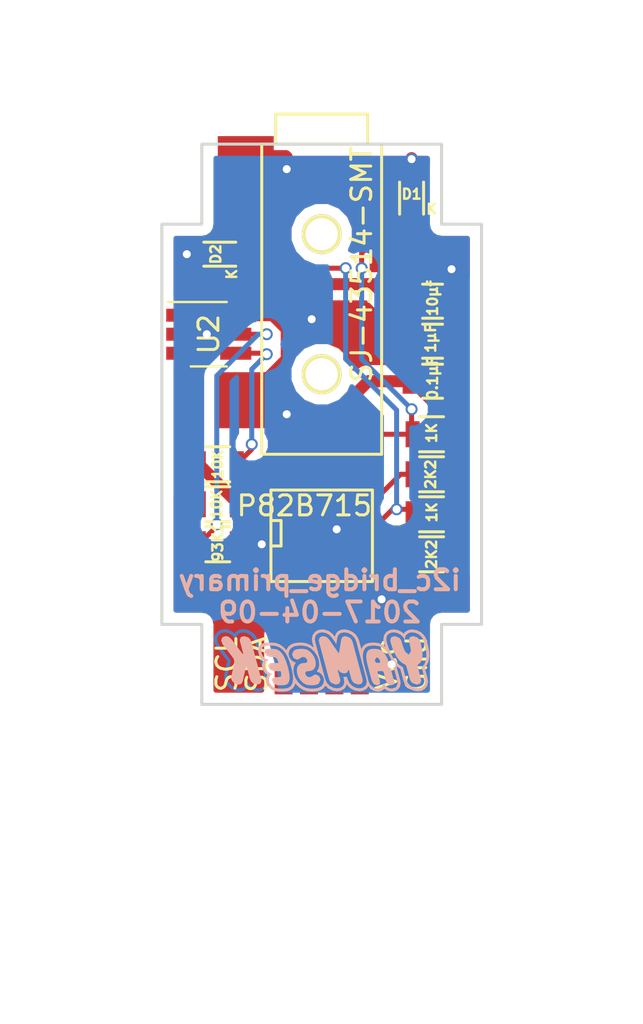
<source format=kicad_pcb>
(kicad_pcb (version 4) (host pcbnew 4.0.5+dfsg1-4)

  (general
    (links 34)
    (no_connects 0)
    (area 33.819048 38.3 69.35 89.000001)
    (thickness 1.6)
    (drawings 41)
    (tracks 134)
    (zones 0)
    (modules 17)
    (nets 11)
  )

  (page A4)
  (layers
    (0 F.Cu signal)
    (31 B.Cu signal)
    (32 B.Adhes user hide)
    (33 F.Adhes user hide)
    (34 B.Paste user hide)
    (35 F.Paste user hide)
    (36 B.SilkS user)
    (37 F.SilkS user)
    (38 B.Mask user hide)
    (39 F.Mask user hide)
    (40 Dwgs.User user)
    (41 Cmts.User user)
    (42 Eco1.User user)
    (43 Eco2.User user)
    (44 Edge.Cuts user)
    (45 Margin user hide)
    (46 B.CrtYd user)
    (47 F.CrtYd user)
    (48 B.Fab user)
    (49 F.Fab user)
  )

  (setup
    (last_trace_width 0.25)
    (user_trace_width 0.6)
    (trace_clearance 0.2)
    (zone_clearance 0.508)
    (zone_45_only no)
    (trace_min 0.2)
    (segment_width 0.2)
    (edge_width 0.15)
    (via_size 0.6)
    (via_drill 0.4)
    (via_min_size 0.4)
    (via_min_drill 0.3)
    (uvia_size 0.3)
    (uvia_drill 0.1)
    (uvias_allowed no)
    (uvia_min_size 0.2)
    (uvia_min_drill 0.1)
    (pcb_text_width 0.3)
    (pcb_text_size 1.5 1.5)
    (mod_edge_width 0.15)
    (mod_text_size 1 1)
    (mod_text_width 0.15)
    (pad_size 1.6 3.4)
    (pad_drill 0)
    (pad_to_mask_clearance 0.2)
    (aux_axis_origin 50 45)
    (visible_elements FFFFFF7F)
    (pcbplotparams
      (layerselection 0x00030_80000001)
      (usegerberextensions false)
      (excludeedgelayer true)
      (linewidth 0.100000)
      (plotframeref false)
      (viasonmask false)
      (mode 1)
      (useauxorigin false)
      (hpglpennumber 1)
      (hpglpenspeed 20)
      (hpglpendiameter 15)
      (hpglpenoverlay 2)
      (psnegative false)
      (psa4output false)
      (plotreference true)
      (plotvalue true)
      (plotinvisibletext false)
      (padsonsilk false)
      (subtractmaskfromsilk false)
      (outputformat 1)
      (mirror false)
      (drillshape 1)
      (scaleselection 1)
      (outputdirectory ""))
  )

  (net 0 "")
  (net 1 +5V)
  (net 2 GND)
  (net 3 /i2c_bridge_common/SCL_connector)
  (net 4 /i2c_bridge_common/SDA_connector)
  (net 5 /i2c_bridge_common/SCL_inside)
  (net 6 /i2c_bridge_common/SDA_inside)
  (net 7 "Net-(R5-Pad2)")
  (net 8 "Net-(R6-Pad2)")
  (net 9 "Net-(R7-Pad1)")
  (net 10 "Net-(TRRS1-Pad2)")

  (net_class Default "This is the default net class."
    (clearance 0.2)
    (trace_width 0.25)
    (via_dia 0.6)
    (via_drill 0.4)
    (uvia_dia 0.3)
    (uvia_drill 0.1)
    (add_net +5V)
    (add_net /i2c_bridge_common/SCL_connector)
    (add_net /i2c_bridge_common/SCL_inside)
    (add_net /i2c_bridge_common/SDA_connector)
    (add_net /i2c_bridge_common/SDA_inside)
    (add_net GND)
    (add_net "Net-(R5-Pad2)")
    (add_net "Net-(R6-Pad2)")
    (add_net "Net-(R7-Pad1)")
    (add_net "Net-(TRRS1-Pad2)")
  )

  (net_class power ""
    (clearance 0.3)
    (trace_width 0.4)
    (via_dia 0.8)
    (via_drill 0.6)
    (uvia_dia 0.3)
    (uvia_drill 0.1)
  )

  (module myComponents:solderPads_4_Grove_I2C (layer F.Cu) (tedit 58E53D59) (tstamp 58E55026)
    (at 50 71)
    (path /58E54ECF)
    (fp_text reference I2C1 (at 0.635 2.54) (layer F.SilkS) hide
      (effects (font (size 1 1) (thickness 0.15)))
    )
    (fp_text value CONN_01X04 (at 0 3) (layer F.Fab)
      (effects (font (size 1 1) (thickness 0.15)))
    )
    (fp_text user SDA (at -3.25 0 90) (layer F.SilkS)
      (effects (font (size 1 1) (thickness 0.15)))
    )
    (fp_text user SCL (at -4.75 0 90) (layer F.SilkS)
      (effects (font (size 1 1) (thickness 0.15)))
    )
    (fp_text user Gnd (at 4.75 0 90) (layer F.SilkS)
      (effects (font (size 1 1) (thickness 0.15)))
    )
    (fp_text user Vcc (at 3.25 0 90) (layer F.SilkS)
      (effects (font (size 1 1) (thickness 0.15)))
    )
    (pad 1 smd rect (at -1.905 0) (size 0.9 3) (layers F.Cu F.Paste F.Mask)
      (net 5 /i2c_bridge_common/SCL_inside))
    (pad 2 smd rect (at -0.635 0) (size 0.9 3) (layers F.Cu F.Paste F.Mask)
      (net 6 /i2c_bridge_common/SDA_inside))
    (pad 3 smd rect (at 0.635 0) (size 0.9 3) (layers F.Cu F.Paste F.Mask)
      (net 1 +5V))
    (pad 4 smd rect (at 1.905 0) (size 0.9 3) (layers F.Cu F.Paste F.Mask)
      (net 2 GND))
  )

  (module Capacitors_SMD:C_0805 (layer F.Cu) (tedit 58E6699A) (tstamp 58E665DA)
    (at 55.55 52.85)
    (descr "Capacitor SMD 0805, reflow soldering, AVX (see smccp.pdf)")
    (tags "capacitor 0805")
    (path /58E667B4/58E68B64)
    (attr smd)
    (fp_text reference C1 (at 2.5 0) (layer F.Fab)
      (effects (font (size 1 1) (thickness 0.15)))
    )
    (fp_text value 10µf (at 0 -0.15 270) (layer F.SilkS)
      (effects (font (size 0.5 0.5) (thickness 0.125)))
    )
    (fp_line (start -1 0.625) (end -1 -0.625) (layer F.Fab) (width 0.15))
    (fp_line (start 1 0.625) (end -1 0.625) (layer F.Fab) (width 0.15))
    (fp_line (start 1 -0.625) (end 1 0.625) (layer F.Fab) (width 0.15))
    (fp_line (start -1 -0.625) (end 1 -0.625) (layer F.Fab) (width 0.15))
    (fp_line (start -1.8 -1) (end 1.8 -1) (layer F.CrtYd) (width 0.05))
    (fp_line (start -1.8 1) (end 1.8 1) (layer F.CrtYd) (width 0.05))
    (fp_line (start -1.8 -1) (end -1.8 1) (layer F.CrtYd) (width 0.05))
    (fp_line (start 1.8 -1) (end 1.8 1) (layer F.CrtYd) (width 0.05))
    (fp_line (start 0.5 -0.85) (end -0.5 -0.85) (layer F.SilkS) (width 0.15))
    (fp_line (start -0.5 0.85) (end 0.5 0.85) (layer F.SilkS) (width 0.15))
    (pad 1 smd rect (at -1 0) (size 1 1.25) (layers F.Cu F.Paste F.Mask)
      (net 1 +5V))
    (pad 2 smd rect (at 1 0) (size 1 1.25) (layers F.Cu F.Paste F.Mask)
      (net 2 GND))
    (model Capacitors_SMD.3dshapes/C_0805.wrl
      (at (xyz 0 0 0))
      (scale (xyz 1 1 1))
      (rotate (xyz 0 0 0))
    )
  )

  (module Capacitors_SMD:C_0805 (layer F.Cu) (tedit 58E669AE) (tstamp 58E665EA)
    (at 55.55 54.85)
    (descr "Capacitor SMD 0805, reflow soldering, AVX (see smccp.pdf)")
    (tags "capacitor 0805")
    (path /58E667B4/58E68B6B)
    (attr smd)
    (fp_text reference C2 (at 2.404999 -0.065) (layer F.Fab)
      (effects (font (size 1 1) (thickness 0.15)))
    )
    (fp_text value 1µF (at -0.095001 -0.15 270) (layer F.SilkS)
      (effects (font (size 0.5 0.5) (thickness 0.125)))
    )
    (fp_line (start -1 0.625) (end -1 -0.625) (layer F.Fab) (width 0.15))
    (fp_line (start 1 0.625) (end -1 0.625) (layer F.Fab) (width 0.15))
    (fp_line (start 1 -0.625) (end 1 0.625) (layer F.Fab) (width 0.15))
    (fp_line (start -1 -0.625) (end 1 -0.625) (layer F.Fab) (width 0.15))
    (fp_line (start -1.8 -1) (end 1.8 -1) (layer F.CrtYd) (width 0.05))
    (fp_line (start -1.8 1) (end 1.8 1) (layer F.CrtYd) (width 0.05))
    (fp_line (start -1.8 -1) (end -1.8 1) (layer F.CrtYd) (width 0.05))
    (fp_line (start 1.8 -1) (end 1.8 1) (layer F.CrtYd) (width 0.05))
    (fp_line (start 0.5 -0.85) (end -0.5 -0.85) (layer F.SilkS) (width 0.15))
    (fp_line (start -0.5 0.85) (end 0.5 0.85) (layer F.SilkS) (width 0.15))
    (pad 1 smd rect (at -1 0) (size 1 1.25) (layers F.Cu F.Paste F.Mask)
      (net 1 +5V))
    (pad 2 smd rect (at 1 0) (size 1 1.25) (layers F.Cu F.Paste F.Mask)
      (net 2 GND))
    (model Capacitors_SMD.3dshapes/C_0805.wrl
      (at (xyz 0 0 0))
      (scale (xyz 1 1 1))
      (rotate (xyz 0 0 0))
    )
  )

  (module Capacitors_SMD:C_0805 (layer F.Cu) (tedit 58E669DD) (tstamp 58E665FA)
    (at 55.55 56.85)
    (descr "Capacitor SMD 0805, reflow soldering, AVX (see smccp.pdf)")
    (tags "capacitor 0805")
    (path /58E667B4/58E68B72)
    (attr smd)
    (fp_text reference C3 (at 2.5 0) (layer F.Fab)
      (effects (font (size 1 1) (thickness 0.15)))
    )
    (fp_text value 0.1µF (at 0 -0.15 270) (layer F.SilkS)
      (effects (font (size 0.5 0.5) (thickness 0.125)))
    )
    (fp_line (start -1 0.625) (end -1 -0.625) (layer F.Fab) (width 0.15))
    (fp_line (start 1 0.625) (end -1 0.625) (layer F.Fab) (width 0.15))
    (fp_line (start 1 -0.625) (end 1 0.625) (layer F.Fab) (width 0.15))
    (fp_line (start -1 -0.625) (end 1 -0.625) (layer F.Fab) (width 0.15))
    (fp_line (start -1.8 -1) (end 1.8 -1) (layer F.CrtYd) (width 0.05))
    (fp_line (start -1.8 1) (end 1.8 1) (layer F.CrtYd) (width 0.05))
    (fp_line (start -1.8 -1) (end -1.8 1) (layer F.CrtYd) (width 0.05))
    (fp_line (start 1.8 -1) (end 1.8 1) (layer F.CrtYd) (width 0.05))
    (fp_line (start 0.5 -0.85) (end -0.5 -0.85) (layer F.SilkS) (width 0.15))
    (fp_line (start -0.5 0.85) (end 0.5 0.85) (layer F.SilkS) (width 0.15))
    (pad 1 smd rect (at -1 0) (size 1 1.25) (layers F.Cu F.Paste F.Mask)
      (net 1 +5V))
    (pad 2 smd rect (at 1 0) (size 1 1.25) (layers F.Cu F.Paste F.Mask)
      (net 2 GND))
    (model Capacitors_SMD.3dshapes/C_0805.wrl
      (at (xyz 0 0 0))
      (scale (xyz 1 1 1))
      (rotate (xyz 0 0 0))
    )
  )

  (module Diodes_SMD:SOD-523 (layer F.Cu) (tedit 58E7A419) (tstamp 58E665FB)
    (at 54.5 47.5 90)
    (descr "http://www.diodes.com/datasheets/ap02001.pdf p.144")
    (tags "Diode SOD523")
    (path /58E667B4/58E68B27)
    (attr smd)
    (fp_text reference D1 (at 0 0 180) (layer F.SilkS)
      (effects (font (size 0.5 0.5) (thickness 0.125)))
    )
    (fp_text value VESD05a1 (at 5 0 90) (layer F.Fab)
      (effects (font (size 1 1) (thickness 0.15)))
    )
    (fp_line (start 1.25 -0.75) (end 1.25 0.75) (layer F.CrtYd) (width 0.05))
    (fp_line (start -1.25 -0.75) (end 1.25 -0.75) (layer F.CrtYd) (width 0.05))
    (fp_line (start -1.25 0.75) (end -1.25 -0.75) (layer F.CrtYd) (width 0.05))
    (fp_line (start 1.25 0.75) (end -1.25 0.75) (layer F.CrtYd) (width 0.05))
    (fp_line (start 0.1 0) (end 0.25 0) (layer F.Fab) (width 0.15))
    (fp_line (start 0.1 -0.2) (end -0.2 0) (layer F.Fab) (width 0.15))
    (fp_line (start 0.1 0.2) (end 0.1 -0.2) (layer F.Fab) (width 0.15))
    (fp_line (start -0.2 0) (end 0.1 0.2) (layer F.Fab) (width 0.15))
    (fp_line (start -0.2 0) (end -0.35 0) (layer F.Fab) (width 0.15))
    (fp_line (start -0.2 0.2) (end -0.2 -0.2) (layer F.Fab) (width 0.15))
    (fp_line (start 0.6 -0.4) (end 0.6 0.4) (layer F.Fab) (width 0.15))
    (fp_line (start -0.6 -0.4) (end 0.6 -0.4) (layer F.Fab) (width 0.15))
    (fp_line (start -0.6 0.4) (end -0.6 -0.4) (layer F.Fab) (width 0.15))
    (fp_line (start 0.6 0.4) (end -0.6 0.4) (layer F.Fab) (width 0.15))
    (fp_line (start 0.6 -0.6) (end -1 -0.6) (layer F.SilkS) (width 0.15))
    (fp_line (start 0.6 0.6) (end -1 0.6) (layer F.SilkS) (width 0.15))
    (pad 2 smd rect (at 0.7 0 270) (size 0.6 0.7) (layers F.Cu F.Paste F.Mask)
      (net 2 GND))
    (pad 1 smd rect (at -0.7 0 270) (size 0.6 0.7) (layers F.Cu F.Paste F.Mask)
      (net 3 /i2c_bridge_common/SCL_connector))
  )

  (module Diodes_SMD:SOD-523 (layer F.Cu) (tedit 58E7A473) (tstamp 58E66625)
    (at 44.7 50.5 180)
    (descr "http://www.diodes.com/datasheets/ap02001.pdf p.144")
    (tags "Diode SOD523")
    (path /58E667B4/58E68B2E)
    (attr smd)
    (fp_text reference D2 (at 0 0 270) (layer F.SilkS)
      (effects (font (size 0.5 0.5) (thickness 0.125)))
    )
    (fp_text value VESD05a1 (at 6.7 0 180) (layer F.Fab)
      (effects (font (size 1 1) (thickness 0.15)))
    )
    (fp_line (start 1.25 -0.75) (end 1.25 0.75) (layer F.CrtYd) (width 0.05))
    (fp_line (start -1.25 -0.75) (end 1.25 -0.75) (layer F.CrtYd) (width 0.05))
    (fp_line (start -1.25 0.75) (end -1.25 -0.75) (layer F.CrtYd) (width 0.05))
    (fp_line (start 1.25 0.75) (end -1.25 0.75) (layer F.CrtYd) (width 0.05))
    (fp_line (start 0.1 0) (end 0.25 0) (layer F.Fab) (width 0.15))
    (fp_line (start 0.1 -0.2) (end -0.2 0) (layer F.Fab) (width 0.15))
    (fp_line (start 0.1 0.2) (end 0.1 -0.2) (layer F.Fab) (width 0.15))
    (fp_line (start -0.2 0) (end 0.1 0.2) (layer F.Fab) (width 0.15))
    (fp_line (start -0.2 0) (end -0.35 0) (layer F.Fab) (width 0.15))
    (fp_line (start -0.2 0.2) (end -0.2 -0.2) (layer F.Fab) (width 0.15))
    (fp_line (start 0.6 -0.4) (end 0.6 0.4) (layer F.Fab) (width 0.15))
    (fp_line (start -0.6 -0.4) (end 0.6 -0.4) (layer F.Fab) (width 0.15))
    (fp_line (start -0.6 0.4) (end -0.6 -0.4) (layer F.Fab) (width 0.15))
    (fp_line (start 0.6 0.4) (end -0.6 0.4) (layer F.Fab) (width 0.15))
    (fp_line (start 0.6 -0.6) (end -1 -0.6) (layer F.SilkS) (width 0.15))
    (fp_line (start 0.6 0.6) (end -1 0.6) (layer F.SilkS) (width 0.15))
    (pad 2 smd rect (at 0.7 0) (size 0.6 0.7) (layers F.Cu F.Paste F.Mask)
      (net 2 GND))
    (pad 1 smd rect (at -0.7 0) (size 0.6 0.7) (layers F.Cu F.Paste F.Mask)
      (net 4 /i2c_bridge_common/SDA_connector))
  )

  (module SMD_Packages:SOIC-8-N (layer F.Cu) (tedit 58E7A4A6) (tstamp 58E6668D)
    (at 50 64.575)
    (descr "Module Narrow CMS SOJ 8 pins large")
    (tags "CMS SOJ")
    (path /58E667B4/58E68B1E)
    (attr smd)
    (fp_text reference U1 (at -0.365 1.5) (layer F.Fab)
      (effects (font (size 1 1) (thickness 0.15)))
    )
    (fp_text value P82B715 (at -0.865 -1.5) (layer F.SilkS)
      (effects (font (size 1 1) (thickness 0.15)))
    )
    (fp_line (start -2.54 -2.286) (end 2.54 -2.286) (layer F.SilkS) (width 0.15))
    (fp_line (start 2.54 -2.286) (end 2.54 2.286) (layer F.SilkS) (width 0.15))
    (fp_line (start 2.54 2.286) (end -2.54 2.286) (layer F.SilkS) (width 0.15))
    (fp_line (start -2.54 2.286) (end -2.54 -2.286) (layer F.SilkS) (width 0.15))
    (fp_line (start -2.54 -0.762) (end -2.032 -0.762) (layer F.SilkS) (width 0.15))
    (fp_line (start -2.032 -0.762) (end -2.032 0.508) (layer F.SilkS) (width 0.15))
    (fp_line (start -2.032 0.508) (end -2.54 0.508) (layer F.SilkS) (width 0.15))
    (pad 8 smd rect (at -1.905 -3.175) (size 0.508 1.143) (layers F.Cu F.Paste F.Mask)
      (net 1 +5V))
    (pad 7 smd rect (at -0.635 -3.175) (size 0.508 1.143) (layers F.Cu F.Paste F.Mask)
      (net 3 /i2c_bridge_common/SCL_connector))
    (pad 6 smd rect (at 0.635 -3.175) (size 0.508 1.143) (layers F.Cu F.Paste F.Mask)
      (net 5 /i2c_bridge_common/SCL_inside))
    (pad 5 smd rect (at 1.905 -3.175) (size 0.508 1.143) (layers F.Cu F.Paste F.Mask))
    (pad 4 smd rect (at 1.905 3.175) (size 0.508 1.143) (layers F.Cu F.Paste F.Mask)
      (net 2 GND))
    (pad 3 smd rect (at 0.635 3.175) (size 0.508 1.143) (layers F.Cu F.Paste F.Mask)
      (net 6 /i2c_bridge_common/SDA_inside))
    (pad 2 smd rect (at -0.635 3.175) (size 0.508 1.143) (layers F.Cu F.Paste F.Mask)
      (net 4 /i2c_bridge_common/SDA_connector))
    (pad 1 smd rect (at -1.905 3.175) (size 0.508 1.143) (layers F.Cu F.Paste F.Mask))
    (model SMD_Packages.3dshapes/SOIC-8-N.wrl
      (at (xyz 0 0 0))
      (scale (xyz 0.5 0.38 0.5))
      (rotate (xyz 0 0 0))
    )
  )

  (module Resistors_SMD:R_0805 (layer F.Cu) (tedit 58E66A9B) (tstamp 58E67486)
    (at 55.5 59.5)
    (descr "Resistor SMD 0805, reflow soldering, Vishay (see dcrcw.pdf)")
    (tags "resistor 0805")
    (path /58E667B4/58E68B35)
    (attr smd)
    (fp_text reference R1 (at 2.254999 -0.065) (layer F.Fab)
      (effects (font (size 1 1) (thickness 0.15)))
    )
    (fp_text value 1K (at 0.004999 -0.065 270) (layer F.SilkS)
      (effects (font (size 0.5 0.5) (thickness 0.125)))
    )
    (fp_line (start -1 0.625) (end -1 -0.625) (layer F.Fab) (width 0.1))
    (fp_line (start 1 0.625) (end -1 0.625) (layer F.Fab) (width 0.1))
    (fp_line (start 1 -0.625) (end 1 0.625) (layer F.Fab) (width 0.1))
    (fp_line (start -1 -0.625) (end 1 -0.625) (layer F.Fab) (width 0.1))
    (fp_line (start -1.6 -1) (end 1.6 -1) (layer F.CrtYd) (width 0.05))
    (fp_line (start -1.6 1) (end 1.6 1) (layer F.CrtYd) (width 0.05))
    (fp_line (start -1.6 -1) (end -1.6 1) (layer F.CrtYd) (width 0.05))
    (fp_line (start 1.6 -1) (end 1.6 1) (layer F.CrtYd) (width 0.05))
    (fp_line (start 0.6 0.875) (end -0.6 0.875) (layer F.SilkS) (width 0.15))
    (fp_line (start -0.6 -0.875) (end 0.6 -0.875) (layer F.SilkS) (width 0.15))
    (pad 1 smd rect (at -0.95 0) (size 0.7 1.3) (layers F.Cu F.Paste F.Mask)
      (net 3 /i2c_bridge_common/SCL_connector))
    (pad 2 smd rect (at 0.95 0) (size 0.7 1.3) (layers F.Cu F.Paste F.Mask)
      (net 1 +5V))
    (model Resistors_SMD.3dshapes/R_0805.wrl
      (at (xyz 0 0 0))
      (scale (xyz 1 1 1))
      (rotate (xyz 0 0 0))
    )
  )

  (module Resistors_SMD:R_0805 (layer F.Cu) (tedit 58E66A6F) (tstamp 58E67495)
    (at 55.5 63.5)
    (descr "Resistor SMD 0805, reflow soldering, Vishay (see dcrcw.pdf)")
    (tags "resistor 0805")
    (path /58E667B4/58E68B3C)
    (attr smd)
    (fp_text reference R2 (at 2.264999 -0.115) (layer F.Fab)
      (effects (font (size 1 1) (thickness 0.15)))
    )
    (fp_text value 1K (at 0.014999 -0.1 270) (layer F.SilkS)
      (effects (font (size 0.5 0.5) (thickness 0.125)))
    )
    (fp_line (start -1 0.625) (end -1 -0.625) (layer F.Fab) (width 0.1))
    (fp_line (start 1 0.625) (end -1 0.625) (layer F.Fab) (width 0.1))
    (fp_line (start 1 -0.625) (end 1 0.625) (layer F.Fab) (width 0.1))
    (fp_line (start -1 -0.625) (end 1 -0.625) (layer F.Fab) (width 0.1))
    (fp_line (start -1.6 -1) (end 1.6 -1) (layer F.CrtYd) (width 0.05))
    (fp_line (start -1.6 1) (end 1.6 1) (layer F.CrtYd) (width 0.05))
    (fp_line (start -1.6 -1) (end -1.6 1) (layer F.CrtYd) (width 0.05))
    (fp_line (start 1.6 -1) (end 1.6 1) (layer F.CrtYd) (width 0.05))
    (fp_line (start 0.6 0.875) (end -0.6 0.875) (layer F.SilkS) (width 0.15))
    (fp_line (start -0.6 -0.875) (end 0.6 -0.875) (layer F.SilkS) (width 0.15))
    (pad 1 smd rect (at -0.95 0) (size 0.7 1.3) (layers F.Cu F.Paste F.Mask)
      (net 4 /i2c_bridge_common/SDA_connector))
    (pad 2 smd rect (at 0.95 0) (size 0.7 1.3) (layers F.Cu F.Paste F.Mask)
      (net 1 +5V))
    (model Resistors_SMD.3dshapes/R_0805.wrl
      (at (xyz 0 0 0))
      (scale (xyz 1 1 1))
      (rotate (xyz 0 0 0))
    )
  )

  (module Resistors_SMD:R_0805 (layer F.Cu) (tedit 58E66AB2) (tstamp 58E674A4)
    (at 55.5 61.5)
    (descr "Resistor SMD 0805, reflow soldering, Vishay (see dcrcw.pdf)")
    (tags "resistor 0805")
    (path /58E667B4/58E68B4A)
    (attr smd)
    (fp_text reference R3 (at 2.204999 0.065) (layer F.Fab)
      (effects (font (size 1 1) (thickness 0.15)))
    )
    (fp_text value 2K2 (at -0.045001 0 270) (layer F.SilkS)
      (effects (font (size 0.5 0.5) (thickness 0.125)))
    )
    (fp_line (start -1 0.625) (end -1 -0.625) (layer F.Fab) (width 0.1))
    (fp_line (start 1 0.625) (end -1 0.625) (layer F.Fab) (width 0.1))
    (fp_line (start 1 -0.625) (end 1 0.625) (layer F.Fab) (width 0.1))
    (fp_line (start -1 -0.625) (end 1 -0.625) (layer F.Fab) (width 0.1))
    (fp_line (start -1.6 -1) (end 1.6 -1) (layer F.CrtYd) (width 0.05))
    (fp_line (start -1.6 1) (end 1.6 1) (layer F.CrtYd) (width 0.05))
    (fp_line (start -1.6 -1) (end -1.6 1) (layer F.CrtYd) (width 0.05))
    (fp_line (start 1.6 -1) (end 1.6 1) (layer F.CrtYd) (width 0.05))
    (fp_line (start 0.6 0.875) (end -0.6 0.875) (layer F.SilkS) (width 0.15))
    (fp_line (start -0.6 -0.875) (end 0.6 -0.875) (layer F.SilkS) (width 0.15))
    (pad 1 smd rect (at -0.95 0) (size 0.7 1.3) (layers F.Cu F.Paste F.Mask)
      (net 5 /i2c_bridge_common/SCL_inside))
    (pad 2 smd rect (at 0.95 0) (size 0.7 1.3) (layers F.Cu F.Paste F.Mask)
      (net 1 +5V))
    (model Resistors_SMD.3dshapes/R_0805.wrl
      (at (xyz 0 0 0))
      (scale (xyz 1 1 1))
      (rotate (xyz 0 0 0))
    )
  )

  (module Resistors_SMD:R_0805 (layer F.Cu) (tedit 58E66AD3) (tstamp 58E674B3)
    (at 55.5 65.5)
    (descr "Resistor SMD 0805, reflow soldering, Vishay (see dcrcw.pdf)")
    (tags "resistor 0805")
    (path /58E667B4/58E68B43)
    (attr smd)
    (fp_text reference R4 (at 2.214999 -0.115) (layer F.Fab)
      (effects (font (size 1 1) (thickness 0.15)))
    )
    (fp_text value 2K2 (at 0 0 270) (layer F.SilkS)
      (effects (font (size 0.5 0.5) (thickness 0.125)))
    )
    (fp_line (start -1 0.625) (end -1 -0.625) (layer F.Fab) (width 0.1))
    (fp_line (start 1 0.625) (end -1 0.625) (layer F.Fab) (width 0.1))
    (fp_line (start 1 -0.625) (end 1 0.625) (layer F.Fab) (width 0.1))
    (fp_line (start -1 -0.625) (end 1 -0.625) (layer F.Fab) (width 0.1))
    (fp_line (start -1.6 -1) (end 1.6 -1) (layer F.CrtYd) (width 0.05))
    (fp_line (start -1.6 1) (end 1.6 1) (layer F.CrtYd) (width 0.05))
    (fp_line (start -1.6 -1) (end -1.6 1) (layer F.CrtYd) (width 0.05))
    (fp_line (start 1.6 -1) (end 1.6 1) (layer F.CrtYd) (width 0.05))
    (fp_line (start 0.6 0.875) (end -0.6 0.875) (layer F.SilkS) (width 0.15))
    (fp_line (start -0.6 -0.875) (end 0.6 -0.875) (layer F.SilkS) (width 0.15))
    (pad 1 smd rect (at -0.95 0) (size 0.7 1.3) (layers F.Cu F.Paste F.Mask)
      (net 6 /i2c_bridge_common/SDA_inside))
    (pad 2 smd rect (at 0.95 0) (size 0.7 1.3) (layers F.Cu F.Paste F.Mask)
      (net 1 +5V))
    (model Resistors_SMD.3dshapes/R_0805.wrl
      (at (xyz 0 0 0))
      (scale (xyz 1 1 1))
      (rotate (xyz 0 0 0))
    )
  )

  (module myComponents:audio_smd_SJ-43514-SMT (layer F.Cu) (tedit 58E7A452) (tstamp 58E59A50)
    (at 50 45 270)
    (path /58E2915A)
    (fp_text reference TRRS1 (at 6 2 270) (layer F.Fab)
      (effects (font (size 1 1) (thickness 0.15)))
    )
    (fp_text value SJ-43514-SMT (at 6 -2 270) (layer F.SilkS)
      (effects (font (size 1 1) (thickness 0.15)))
    )
    (fp_line (start 0 -3) (end 0 3) (layer F.SilkS) (width 0.15))
    (fp_line (start 0 3) (end 15.5 3) (layer F.SilkS) (width 0.15))
    (fp_line (start 15.5 3) (end 15.5 -3) (layer F.SilkS) (width 0.15))
    (fp_line (start 15.5 -3) (end 0 -3) (layer F.SilkS) (width 0.15))
    (fp_line (start 0 -2.3) (end -1.5 -2.3) (layer F.SilkS) (width 0.15))
    (fp_line (start -1.5 -2.3) (end -1.5 2.3) (layer F.SilkS) (width 0.15))
    (fp_line (start -1.5 2.3) (end 0 2.3) (layer F.SilkS) (width 0.15))
    (pad "" thru_hole circle (at 4.5 0 270) (size 2 2) (drill 1.6) (layers *.Cu *.Mask F.SilkS))
    (pad "" thru_hole circle (at 11.5 0 270) (size 2 2) (drill 1.6) (layers *.Cu *.Mask F.SilkS))
    (pad 4 smd rect (at 3.4 3.8 270) (size 2.2 2.8) (layers F.Cu F.Paste F.Mask)
      (net 4 /i2c_bridge_common/SDA_connector))
    (pad 2 smd rect (at 12.8 3.8 270) (size 2.8 2.8) (layers F.Cu F.Paste F.Mask)
      (net 10 "Net-(TRRS1-Pad2)"))
    (pad 3 smd rect (at 5.3 -3.8 270) (size 2.2 2.8) (layers F.Cu F.Paste F.Mask)
      (net 3 /i2c_bridge_common/SCL_connector))
    (pad 1 smd rect (at 0.6 3.8 270) (size 2 2.8) (layers F.Cu F.Paste F.Mask)
      (net 2 GND))
    (model /mnt/gruscht/projects/keyboard/kicad_boards/myComponents.pretty/3d-models/audio_jack_SJ-43514-SMT.wrl
      (at (xyz 0 0 0))
      (scale (xyz 1 1 1))
      (rotate (xyz 0 0 0))
    )
  )

  (module Resistors_SMD:R_0805 (layer F.Cu) (tedit 58E7D888) (tstamp 58E81163)
    (at 44.8 61)
    (descr "Resistor SMD 0805, reflow soldering, Vishay (see dcrcw.pdf)")
    (tags "resistor 0805")
    (path /58E80ADC)
    (attr smd)
    (fp_text reference R5 (at -2.75 0) (layer F.Fab)
      (effects (font (size 1 1) (thickness 0.15)))
    )
    (fp_text value 10K (at 0 0 90) (layer F.SilkS)
      (effects (font (size 0.5 0.5) (thickness 0.125)))
    )
    (fp_line (start -1 0.625) (end -1 -0.625) (layer F.Fab) (width 0.1))
    (fp_line (start 1 0.625) (end -1 0.625) (layer F.Fab) (width 0.1))
    (fp_line (start 1 -0.625) (end 1 0.625) (layer F.Fab) (width 0.1))
    (fp_line (start -1 -0.625) (end 1 -0.625) (layer F.Fab) (width 0.1))
    (fp_line (start -1.6 -1) (end 1.6 -1) (layer F.CrtYd) (width 0.05))
    (fp_line (start -1.6 1) (end 1.6 1) (layer F.CrtYd) (width 0.05))
    (fp_line (start -1.6 -1) (end -1.6 1) (layer F.CrtYd) (width 0.05))
    (fp_line (start 1.6 -1) (end 1.6 1) (layer F.CrtYd) (width 0.05))
    (fp_line (start 0.6 0.875) (end -0.6 0.875) (layer F.SilkS) (width 0.15))
    (fp_line (start -0.6 -0.875) (end 0.6 -0.875) (layer F.SilkS) (width 0.15))
    (pad 1 smd rect (at -0.95 0) (size 0.7 1.3) (layers F.Cu F.Paste F.Mask)
      (net 1 +5V))
    (pad 2 smd rect (at 0.95 0) (size 0.7 1.3) (layers F.Cu F.Paste F.Mask)
      (net 7 "Net-(R5-Pad2)"))
    (model Resistors_SMD.3dshapes/R_0805.wrl
      (at (xyz 0 0 0))
      (scale (xyz 1 1 1))
      (rotate (xyz 0 0 0))
    )
  )

  (module Resistors_SMD:R_0805 (layer F.Cu) (tedit 58E7D9AC) (tstamp 58E81173)
    (at 44.8 63 180)
    (descr "Resistor SMD 0805, reflow soldering, Vishay (see dcrcw.pdf)")
    (tags "resistor 0805")
    (path /58E808EC)
    (attr smd)
    (fp_text reference R6 (at 2.75 0 180) (layer F.Fab)
      (effects (font (size 1 1) (thickness 0.15)))
    )
    (fp_text value 10K (at 0.05 0 270) (layer F.SilkS)
      (effects (font (size 0.5 0.5) (thickness 0.125)))
    )
    (fp_line (start -1 0.625) (end -1 -0.625) (layer F.Fab) (width 0.1))
    (fp_line (start 1 0.625) (end -1 0.625) (layer F.Fab) (width 0.1))
    (fp_line (start 1 -0.625) (end 1 0.625) (layer F.Fab) (width 0.1))
    (fp_line (start -1 -0.625) (end 1 -0.625) (layer F.Fab) (width 0.1))
    (fp_line (start -1.6 -1) (end 1.6 -1) (layer F.CrtYd) (width 0.05))
    (fp_line (start -1.6 1) (end 1.6 1) (layer F.CrtYd) (width 0.05))
    (fp_line (start -1.6 -1) (end -1.6 1) (layer F.CrtYd) (width 0.05))
    (fp_line (start 1.6 -1) (end 1.6 1) (layer F.CrtYd) (width 0.05))
    (fp_line (start 0.6 0.875) (end -0.6 0.875) (layer F.SilkS) (width 0.15))
    (fp_line (start -0.6 -0.875) (end 0.6 -0.875) (layer F.SilkS) (width 0.15))
    (pad 1 smd rect (at -0.95 0 180) (size 0.7 1.3) (layers F.Cu F.Paste F.Mask)
      (net 1 +5V))
    (pad 2 smd rect (at 0.95 0 180) (size 0.7 1.3) (layers F.Cu F.Paste F.Mask)
      (net 8 "Net-(R6-Pad2)"))
    (model Resistors_SMD.3dshapes/R_0805.wrl
      (at (xyz 0 0 0))
      (scale (xyz 1 1 1))
      (rotate (xyz 0 0 0))
    )
  )

  (module Resistors_SMD:R_0805 (layer F.Cu) (tedit 58E7D8B9) (tstamp 58E81183)
    (at 44.8 65)
    (descr "Resistor SMD 0805, reflow soldering, Vishay (see dcrcw.pdf)")
    (tags "resistor 0805")
    (path /58E80B51)
    (attr smd)
    (fp_text reference R7 (at -2.75 0) (layer F.Fab)
      (effects (font (size 1 1) (thickness 0.15)))
    )
    (fp_text value 93K1 (at 0 -0.1 90) (layer F.SilkS)
      (effects (font (size 0.5 0.5) (thickness 0.125)))
    )
    (fp_line (start -1 0.625) (end -1 -0.625) (layer F.Fab) (width 0.1))
    (fp_line (start 1 0.625) (end -1 0.625) (layer F.Fab) (width 0.1))
    (fp_line (start 1 -0.625) (end 1 0.625) (layer F.Fab) (width 0.1))
    (fp_line (start -1 -0.625) (end 1 -0.625) (layer F.Fab) (width 0.1))
    (fp_line (start -1.6 -1) (end 1.6 -1) (layer F.CrtYd) (width 0.05))
    (fp_line (start -1.6 1) (end 1.6 1) (layer F.CrtYd) (width 0.05))
    (fp_line (start -1.6 -1) (end -1.6 1) (layer F.CrtYd) (width 0.05))
    (fp_line (start 1.6 -1) (end 1.6 1) (layer F.CrtYd) (width 0.05))
    (fp_line (start 0.6 0.875) (end -0.6 0.875) (layer F.SilkS) (width 0.15))
    (fp_line (start -0.6 -0.875) (end 0.6 -0.875) (layer F.SilkS) (width 0.15))
    (pad 1 smd rect (at -0.95 0) (size 0.7 1.3) (layers F.Cu F.Paste F.Mask)
      (net 9 "Net-(R7-Pad1)"))
    (pad 2 smd rect (at 0.95 0) (size 0.7 1.3) (layers F.Cu F.Paste F.Mask)
      (net 2 GND))
    (model Resistors_SMD.3dshapes/R_0805.wrl
      (at (xyz 0 0 0))
      (scale (xyz 1 1 1))
      (rotate (xyz 0 0 0))
    )
  )

  (module TO_SOT_Packages_SMD:SOT-23-6_Handsoldering (layer F.Cu) (tedit 583F3ECB) (tstamp 58E81197)
    (at 44.35 54.5)
    (descr "6-pin SOT-23 package, Handsoldering")
    (tags "SOT-23-6 Handsoldering")
    (path /58E7D76E)
    (attr smd)
    (fp_text reference U2 (at 0 0 90) (layer F.SilkS)
      (effects (font (size 1 1) (thickness 0.15)))
    )
    (fp_text value AP2553W6 (at -6.35 0) (layer F.Fab)
      (effects (font (size 1 1) (thickness 0.15)))
    )
    (fp_line (start -0.9 1.61) (end 0.9 1.61) (layer F.SilkS) (width 0.12))
    (fp_line (start 0.9 -1.61) (end -2.05 -1.61) (layer F.SilkS) (width 0.12))
    (fp_line (start -2.4 1.8) (end -2.4 -1.8) (layer F.CrtYd) (width 0.05))
    (fp_line (start 2.4 1.8) (end -2.4 1.8) (layer F.CrtYd) (width 0.05))
    (fp_line (start 2.4 -1.8) (end 2.4 1.8) (layer F.CrtYd) (width 0.05))
    (fp_line (start -2.4 -1.8) (end 2.4 -1.8) (layer F.CrtYd) (width 0.05))
    (fp_line (start 0.9 -1.55) (end -0.9 -1.55) (layer F.Fab) (width 0.15))
    (fp_line (start -0.9 -1.55) (end -0.9 1.55) (layer F.Fab) (width 0.15))
    (fp_line (start 0.9 1.55) (end -0.9 1.55) (layer F.Fab) (width 0.15))
    (fp_line (start 0.9 -1.55) (end 0.9 1.55) (layer F.Fab) (width 0.15))
    (pad 1 smd rect (at -1.35 -0.95) (size 1.56 0.65) (layers F.Cu F.Paste F.Mask)
      (net 1 +5V))
    (pad 2 smd rect (at -1.35 0) (size 1.56 0.65) (layers F.Cu F.Paste F.Mask)
      (net 2 GND))
    (pad 3 smd rect (at -1.35 0.95) (size 1.56 0.65) (layers F.Cu F.Paste F.Mask)
      (net 8 "Net-(R6-Pad2)"))
    (pad 4 smd rect (at 1.35 0.95) (size 1.56 0.65) (layers F.Cu F.Paste F.Mask)
      (net 7 "Net-(R5-Pad2)"))
    (pad 6 smd rect (at 1.35 -0.95) (size 1.56 0.65) (layers F.Cu F.Paste F.Mask)
      (net 10 "Net-(TRRS1-Pad2)"))
    (pad 5 smd rect (at 1.35 0) (size 1.56 0.65) (layers F.Cu F.Paste F.Mask)
      (net 9 "Net-(R7-Pad1)"))
    (model TO_SOT_Packages_SMD.3dshapes/SOT-23-6.wrl
      (at (xyz 0 0 0))
      (scale (xyz 1 1 1))
      (rotate (xyz 0 0 0))
    )
  )

  (module myComponents:logo (layer B.Cu) (tedit 58EA325D) (tstamp 58EA2398)
    (at 50 70.8 180)
    (descr "Imported from logo.svg")
    (tags svg2mod)
    (attr smd)
    (fp_text reference svg2mod (at 0 4.613096 180) (layer B.SilkS) hide
      (effects (font (thickness 0.3048)) (justify mirror))
    )
    (fp_text value G*** (at 0 -4.613096 180) (layer B.SilkS) hide
      (effects (font (thickness 0.3048)) (justify mirror))
    )
    (fp_poly (pts (xy -4.527974 1.547938) (xy -4.527974 1.398559) (xy -4.387832 1.377063) (xy -4.273863 1.31257)
      (xy -4.195325 1.21165) (xy -4.169132 1.073342) (xy -4.184015 0.94987) (xy -4.092443 1.140424)
      (xy -3.944788 1.286111) (xy -3.778417 1.370377) (xy -3.600829 1.398559) (xy -3.456832 1.377063)
      (xy -3.339002 1.31257) (xy -3.260463 1.208787) (xy -3.234271 1.069484) (xy -3.253013 0.934987)
      (xy -3.256871 0.916246) (xy -3.33836 0.648877) (xy -3.431136 0.410815) (xy -3.535201 0.202057)
      (xy -3.650558 0.022601) (xy -3.777209 -0.127555) (xy -3.915156 -0.248412) (xy -4.064401 -0.339974)
      (xy -4.221498 -0.934735) (xy -4.3112 -1.129867) (xy -4.460725 -1.282001) (xy -4.629086 -1.369131)
      (xy -4.812401 -1.398307) (xy -4.954414 -1.377804) (xy -5.066511 -1.316176) (xy -5.147637 -1.210524)
      (xy -5.174549 -1.07309) (xy -5.156359 -0.934735) (xy -4.999263 -0.339974) (xy -5.132185 -0.205377)
      (xy -5.211918 -0.015944) (xy -5.23849 0.228329) (xy -5.226401 0.424869) (xy -5.19018 0.650521)
      (xy -5.129901 0.905221) (xy -5.122184 0.934987) (xy -5.031762 1.130394) (xy -4.879649 1.282804)
      (xy -4.711289 1.369658) (xy -4.527974 1.398559) (xy -4.527974 1.547938) (xy -4.757839 1.511174)
      (xy -4.967292 1.404071) (xy -5.09977 1.284547) (xy -5.200417 1.139996) (xy -5.266602 0.974675)
      (xy -5.274319 0.943806) (xy -5.336853 0.679919) (xy -5.374978 0.441911) (xy -5.387869 0.228329)
      (xy -5.360518 -0.004594) (xy -5.2827 -0.203231) (xy -5.160769 -0.366983) (xy -5.300777 -0.896701)
      (xy -5.323928 -1.07309) (xy -5.282444 -1.270369) (xy -5.162974 -1.430278) (xy -5.162422 -1.430278)
      (xy -5.000698 -1.519076) (xy -4.812401 -1.547687) (xy -4.582271 -1.510573) (xy -4.373082 -1.403268)
      (xy -4.242394 -1.283596) (xy -4.142859 -1.139404) (xy -4.077079 -0.974423) (xy -3.933212 -0.42872)
      (xy -3.513769 -0.056861) (xy -3.427156 0.153308) (xy -3.328989 0.331396) (xy -3.219389 0.477478)
      (xy -3.055268 0.622171) (xy -2.870385 0.709156) (xy -2.664866 0.738203) (xy -2.522652 0.738203)
      (xy -2.321848 0.707157) (xy -2.17704 0.612526) (xy -2.089178 0.454034) (xy -2.059632 0.234392)
      (xy -2.069427 0.082849) (xy -2.09882 -0.096486) (xy -2.147826 -0.304145) (xy -2.147826 -0.30635)
      (xy -2.191844 -0.468966) (xy -2.223894 -0.585265) (xy -2.287845 -0.81374) (xy -2.350122 -1.052144)
      (xy -2.420681 -1.202734) (xy -2.537535 -1.320035) (xy -2.669875 -1.387654) (xy -2.812592 -1.410434)
      (xy -3.008824 -1.343737) (xy -3.095365 -1.149158) (xy -3.095365 -1.143646) (xy -3.25191 -1.325547)
      (xy -3.379311 -1.38899) (xy -3.517045 -1.410434) (xy -3.720443 -1.343737) (xy -3.803125 -1.149158)
      (xy -3.788794 -1.046081) (xy -3.788794 -1.044427) (xy -3.588703 -0.299184) (xy -3.513769 -0.056861)
      (xy -3.933212 -0.42872) (xy -3.741941 -0.293672) (xy -3.933212 -1.005842) (xy -3.937622 -1.040569)
      (xy -3.952505 -1.149158) (xy -3.918619 -1.318886) (xy -3.815252 -1.459492) (xy -3.674471 -1.535629)
      (xy -3.517045 -1.559813) (xy -3.333882 -1.53094) (xy -3.167023 -1.448468) (xy -3.137257 -1.414844)
      (xy -3.104736 -1.45839) (xy -2.969803 -1.53404) (xy -2.225812 -1.209529) (xy -2.252006 -1.07309)
      (xy -2.233264 -0.934735) (xy -1.73221 0.934987) (xy -1.642508 1.12753) (xy -1.492982 1.278945)
      (xy -1.317301 1.368663) (xy -1.134141 1.398559) (xy -0.960433 1.367363) (xy -0.843176 1.273818)
      (xy -0.782466 1.117991) (xy -0.733959 0.811515) (xy -0.520639 1.117991) (xy -0.378996 1.273818)
      (xy -0.213274 1.367363) (xy -0.023442 1.398559) (xy 0.120558 1.376071) (xy 0.238385 1.308711)
      (xy 0.316922 1.203058) (xy 0.343116 1.065625) (xy 0.324375 0.934987) (xy -0.17668 -0.934735)
      (xy -0.263519 -1.129866) (xy -0.412049 -1.282001) (xy -0.583273 -1.369131) (xy -0.767583 -1.398307)
      (xy -0.908719 -1.376812) (xy -1.025552 -1.312317) (xy -1.104089 -1.209529) (xy -1.130283 -1.07309)
      (xy -1.111541 -0.934735) (xy -1.081776 -0.826146) (xy -1.268086 -0.826146) (xy -1.294545 -0.934735)
      (xy -1.384247 -1.129866) (xy -1.533772 -1.282001) (xy -1.704997 -1.369131) (xy -1.889306 -1.398307)
      (xy -2.030442 -1.376812) (xy -2.147275 -1.312317) (xy -2.225812 -1.209529) (xy -2.969803 -1.53404)
      (xy -2.812592 -1.559813) (xy -2.623431 -1.529268) (xy -2.451546 -1.442404) (xy -2.34461 -1.29082)
      (xy -2.242084 -1.428073) (xy -2.077956 -1.517902) (xy -1.889306 -1.547687) (xy -1.658831 -1.51086)
      (xy -1.447783 -1.40437) (xy -1.340164 -1.308606) (xy -1.253755 -1.197665) (xy -1.204698 -1.324406)
      (xy -1.120361 -1.428073) (xy -0.956232 -1.517902) (xy -0.767583 -1.547687) (xy -0.083152 -1.162309)
      (xy -0.114944 -1.006393) (xy -0.089836 -0.860008) (xy -0.014072 -0.724171) (xy 0.101484 -0.620183)
      (xy 0.247204 -0.55605) (xy 0.154567 -0.400374) (xy 0.123181 -0.203272) (xy 0.149998 0.01726)
      (xy 0.230344 0.22674) (xy 0.364062 0.425113) (xy 0.547822 0.598853) (xy 0.754613 0.703316)
      (xy 0.983628 0.738203) (xy 1.126393 0.738203) (xy 1.355869 0.707819) (xy 1.527677 0.614731)
      (xy 1.621854 0.489832) (xy 1.653354 0.33306) (xy 1.628645 0.186523) (xy 1.554687 0.05194)
      (xy 1.43769 -0.053993) (xy 1.291757 -0.118937) (xy 1.383805 -0.27482) (xy 1.414678 -0.473368)
      (xy 1.387573 -0.692636) (xy 1.306327 -0.901731) (xy 1.171041 -1.1001) (xy 0.986629 -1.273952)
      (xy 0.781277 -1.378696) (xy 0.555334 -1.413741) (xy 0.412569 -1.413741) (xy 0.183093 -1.382806)
      (xy 0.011284 -1.289167) (xy -0.083152 -1.162309) (xy -0.767583 -1.547687) (xy -0.537108 -1.51086)
      (xy -0.32606 -1.40437) (xy -0.188807 -1.263259) (xy -0.087935 -1.401063) (xy 0.055992 -1.493742)
      (xy 0.224599 -1.546438) (xy 0.412569 -1.56312) (xy 0.555334 -1.56312) (xy 0.760409 -1.538625)
      (xy 1.432317 -0.911584) (xy 1.442704 -0.753739) (xy 1.474282 -0.56055) (xy 1.527677 -0.332808)
      (xy 1.608172 -0.070819) (xy 1.694014 0.146722) (xy 1.785095 0.320933) (xy 1.924292 0.502922)
      (xy 2.084008 0.633381) (xy 2.264043 0.711935) (xy 2.464192 0.738203) (xy 2.748619 0.738203)
      (xy 2.959183 0.66434) (xy 3.029739 0.475825) (xy 2.997586 0.313222) (xy 2.901857 0.164388)
      (xy 2.788534 0.068843) (xy 2.657118 0.016662) (xy 2.768463 -0.046727) (xy 2.838467 -0.235794)
      (xy 2.807421 -0.397522) (xy 2.71279 -0.545577) (xy 2.599466 -0.641122) (xy 2.468051 -0.693303)
      (xy 2.579396 -0.756693) (xy 2.648298 -0.945208) (xy 2.616976 -1.106937) (xy 2.52207 -1.254991)
      (xy 2.365897 -1.373458) (xy 2.17756 -1.413741) (xy 1.893133 -1.413741) (xy 1.692176 -1.382423)
      (xy 1.547521 -1.287513) (xy 1.460856 -1.129811) (xy 1.432317 -0.911584) (xy 0.760409 -1.538625)
      (xy 0.952584 -1.467208) (xy 1.128725 -1.351969) (xy 1.285694 -1.196011) (xy 1.314908 -1.148055)
      (xy 1.362247 -1.277136) (xy 1.437278 -1.388385) (xy 1.564903 -1.48769) (xy 1.719786 -1.54482)
      (xy 1.893133 -1.56312) (xy 2.17756 -1.56312) (xy 2.347751 -1.53821) (xy 2.50233 -1.466997)
      (xy 2.633415 -1.354761) (xy 2.754779 -1.162293) (xy 2.797677 -0.945208) (xy 2.771503 -0.824994)
      (xy 2.710034 -0.713147) (xy 2.824136 -0.645347) (xy 2.824687 -0.644796) (xy 2.945458 -0.452276)
      (xy 2.987847 -0.235794) (xy 2.961442 -0.114636) (xy 2.899652 -0.003181) (xy 3.013202 0.064618)
      (xy 3.013754 0.065169) (xy 3.135501 0.257613) (xy 3.179118 0.475825) (xy 3.151127 0.632673)
      (xy 3.067222 0.767969) (xy 2.92066 0.86018) (xy 2.748619 0.887583) (xy 2.464192 0.887583)
      (xy 2.263077 0.86043) (xy 2.079317 0.783709) (xy 1.91326 0.66453) (xy 1.765251 0.51)
      (xy 1.710012 0.627648) (xy 1.626345 0.727179) (xy 1.625794 0.727179) (xy 1.482014 0.819271)
      (xy 1.313733 0.871249) (xy 1.126393 0.887583) (xy 0.983628 0.887583) (xy 0.77342 0.856548)
      (xy 0.579652 0.771494) (xy 0.401545 0.644497) (xy 0.468242 0.894748) (xy 0.492495 1.065625)
      (xy 0.452379 1.262342) (xy 0.33595 1.422261) (xy 0.169544 1.516551) (xy -0.023442 1.547938)
      (xy -0.20388 1.524592) (xy -0.370189 1.456973) (xy -0.518154 1.348709) (xy -0.64356 1.203429)
      (xy -0.65734 1.183585) (xy -0.709236 1.32859) (xy -0.801207 1.445412) (xy -0.955403 1.524002)
      (xy -1.134141 1.547938) (xy -1.364161 1.510249) (xy -1.578421 1.401866) (xy -1.710314 1.281637)
      (xy -1.81019 1.138307) (xy -1.876077 0.975226) (xy -1.985218 0.568429) (xy -2.066798 0.713399)
      (xy -2.194678 0.812544) (xy -2.349595 0.869417) (xy -2.522652 0.887583) (xy -2.664866 0.887583)
      (xy -2.855619 0.861243) (xy -3.031858 0.78897) (xy -3.194033 0.680877) (xy -3.112453 0.877661)
      (xy -3.106389 0.90467) (xy -3.108594 0.896953) (xy -3.084892 1.069484) (xy -3.125426 1.268508)
      (xy -3.244193 1.428325) (xy -3.409842 1.518377) (xy -3.600829 1.547938) (xy -3.824525 1.511932)
      (xy -4.030226 1.408481) (xy -4.106845 1.332964) (xy -4.179606 1.427773) (xy -4.341137 1.517929)
      (xy -4.527974 1.547938)) (layer B.SilkS) (width 0))
    (fp_poly (pts (xy -2.701246 0.575043) (xy -2.749753 0.151159) (xy -2.664866 0.02934) (xy -2.678646 -0.067674)
      (xy -2.749753 -0.124449) (xy -2.891967 -0.124449) (xy -2.937166 -0.067674) (xy -2.860496 0.096403)
      (xy -2.749753 0.151159) (xy -2.701246 0.575043) (xy -2.88135 0.545797) (xy -3.038491 0.457631)
      (xy -3.173086 0.309909) (xy -3.266686 0.147) (xy -3.353027 -0.064883) (xy -3.432158 -0.325642)
      (xy -3.625083 -1.049939) (xy -3.625083 -1.051593) (xy -3.633902 -1.108919) (xy -3.595868 -1.211997)
      (xy -3.479011 -1.246172) (xy -3.320812 -1.193806) (xy -3.219389 -1.046081) (xy -3.219389 -1.044427)
      (xy -3.100877 -0.597943) (xy -3.073868 -0.554397) (xy -3.029219 -0.540065) (xy -2.842909 -0.540065)
      (xy -2.801567 -0.558255) (xy -2.79826 -0.605108) (xy -2.918976 -1.049939) (xy -2.918976 -1.051593)
      (xy -2.926142 -1.108919) (xy -2.888659 -1.211997) (xy -2.772904 -1.246172) (xy -2.616359 -1.193806)
      (xy -2.513833 -1.044427) (xy -2.322561 -0.332808) (xy -2.320908 -0.332808) (xy -2.3176 -0.320681)
      (xy -2.26857 -0.115224) (xy -2.238852 0.059014) (xy -2.228855 0.201871) (xy -2.249907 0.366743)
      (xy -2.312088 0.482991) (xy -2.4151 0.552029) (xy -2.560686 0.575043) (xy -2.701246 0.575043)) (layer B.SilkS) (width 0))
    (fp_poly (pts (xy 0.94601 0.574909) (xy 1.088487 0.574909) (xy 1.265989 0.552729) (xy 1.394406 0.488189)
      (xy 1.484465 0.300921) (xy 1.405361 0.10984) (xy 1.219522 0.028837) (xy 1.095629 0.093648)
      (xy 0.958394 0.171323) (xy 0.825448 0.151312) (xy 0.721096 0.023607) (xy 0.726323 -0.060734)
      (xy 0.765875 -0.11315) (xy 0.818291 -0.127443) (xy 0.904541 -0.131283) (xy 1.053498 -0.16008)
      (xy 1.158521 -0.239452) (xy 1.222986 -0.35506) (xy 1.244772 -0.500578) (xy 1.224757 -0.673628)
      (xy 1.164398 -0.838467) (xy 1.063221 -0.995671) (xy 0.923495 -1.134523) (xy 0.766125 -1.217978)
      (xy 0.591 -1.24584) (xy 0.449 -1.24584) (xy 0.27224 -1.223919) (xy 0.14451 -1.159589)
      (xy 0.054452 -0.972321) (xy 0.130217 -0.783147) (xy 0.31939 -0.698325) (xy 0.438041 -0.765035)
      (xy 0.571464 -0.8408) (xy 0.713464 -0.820789) (xy 0.818296 -0.693085) (xy 0.812536 -0.608743)
      (xy 0.772984 -0.558237) (xy 0.721048 -0.543943) (xy 0.634317 -0.540103) (xy 0.484464 -0.510378)
      (xy 0.377002 -0.428601) (xy 0.313976 -0.314437) (xy 0.292181 -0.168902) (xy 0.312683 0.004106)
      (xy 0.373954 0.168952) (xy 0.475637 0.326191) (xy 0.614856 0.464676) (xy 0.771291 0.54744)
      (xy 0.945952 0.574929) (xy 0.94601 0.574909)) (layer B.SilkS) (width 0))
    (fp_poly (pts (xy 2.428424 0.574909) (xy 2.710995 0.574909) (xy 2.824404 0.540605) (xy 2.862046 0.435773)
      (xy 2.784852 0.254223) (xy 2.595677 0.171311) (xy 2.457013 0.171311) (xy 2.298334 0.136996)
      (xy 2.230542 0.055133) (xy 2.172536 -0.086486) (xy 2.170616 -0.091713) (xy 2.172536 -0.122209)
      (xy 2.201123 -0.135073) (xy 2.519908 -0.135073) (xy 2.633317 -0.170817) (xy 2.67144 -0.275169)
      (xy 2.593765 -0.45529) (xy 2.402684 -0.540111) (xy 2.091524 -0.540111) (xy 2.060548 -0.549178)
      (xy 2.042916 -0.572527) (xy 2.039076 -0.579674) (xy 2.022873 -0.714526) (xy 2.033838 -0.783145)
      (xy 2.07339 -0.826505) (xy 2.188706 -0.840798) (xy 2.330706 -0.840798) (xy 2.444115 -0.877011)
      (xy 2.482237 -0.981363) (xy 2.404563 -1.161485) (xy 2.215388 -1.245826) (xy 1.930912 -1.245826)
      (xy 1.786269 -1.223002) (xy 1.684556 -1.154338) (xy 1.62278 -1.038128) (xy 1.601644 -0.873197)
      (xy 1.61156 -0.727582) (xy 1.641489 -0.548667) (xy 1.691703 -0.336647) (xy 1.773843 -0.071344)
      (xy 1.861458 0.143031) (xy 1.95426 0.30664) (xy 2.090206 0.457668) (xy 2.24789 0.548138)
      (xy 2.42791 0.578251) (xy 2.428424 0.574909)) (layer B.SilkS) (width 0))
    (fp_poly (pts (xy -1.186372 1.215338) (xy -1.042282 1.173296) (xy -0.976708 1.04713) (xy -0.86854 0.374299)
      (xy -0.857106 0.366725) (xy -0.838524 0.374299) (xy -0.371068 1.04713) (xy -0.235666 1.173297)
      (xy -0.068485 1.215338) (xy 0.084951 1.159114) (xy 0.148802 1.013301) (xy 0.137367 0.935157)
      (xy -0.363445 -0.934666) (xy -0.415022 -1.051375) (xy -0.502108 -1.140042) (xy -0.715109 -1.211039)
      (xy -0.880569 -1.162437) (xy -0.935733 -1.016623) (xy -0.924298 -0.93466) (xy -0.804695 -0.497225)
      (xy -0.808535 -0.478163) (xy -0.823788 -0.485737) (xy -0.95919 -0.611904) (xy -1.126372 -0.653945)
      (xy -1.273065 -0.611903) (xy -1.339371 -0.485737) (xy -1.354624 -0.478163) (xy -1.365579 -0.497225)
      (xy -1.481371 -0.93466) (xy -1.535785 -1.051369) (xy -1.623847 -1.140036) (xy -1.836847 -1.211034)
      (xy -2.002308 -1.162432) (xy -2.057471 -1.016618) (xy -2.046037 -0.934655) (xy -1.545225 0.935168)
      (xy -1.491047 1.049035) (xy -1.403226 1.136732) (xy -1.186414 1.215356) (xy -1.186372 1.215338)) (layer B.SilkS) (width 0))
    (fp_poly (pts (xy 3.955243 -1.061664) (xy 3.790732 -0.340051) (xy 3.7683 -0.313875) (xy 3.745879 -0.347529)
      (xy 3.588845 -0.934541) (xy 3.534633 -1.051383) (xy 3.446768 -1.140182) (xy 3.233652 -1.211222)
      (xy 3.068206 -1.162617) (xy 3.013058 -1.016799) (xy 3.024268 -0.934538) (xy 3.525278 0.934928)
      (xy 3.580426 1.052705) (xy 3.671095 1.144308) (xy 3.880472 1.211604) (xy 4.045917 1.162998)
      (xy 4.101065 1.017179) (xy 4.08611 0.934928) (xy 3.929076 0.347915) (xy 3.936542 0.314261)
      (xy 3.970196 0.340427) (xy 4.52355 1.062041) (xy 4.653476 1.177013) (xy 4.803966 1.215337)
      (xy 4.968476 1.155518) (xy 5.035772 1.005961) (xy 4.960999 0.807796) (xy 4.370256 0.041317)
      (xy 4.347824 -0.040944) (xy 4.527289 -0.807424) (xy 4.531022 -0.870987) (xy 4.500177 -1.000915)
      (xy 4.407639 -1.114018) (xy 4.284256 -1.18973) (xy 4.153396 -1.214967) (xy 4.023469 -1.176643)
      (xy 3.955235 -1.06167) (xy 3.955243 -1.061664)) (layer B.SilkS) (width 0))
    (fp_poly (pts (xy -4.169021 -0.209188) (xy -4.232584 -0.276484) (xy -4.408312 -0.934535) (xy -4.462524 -1.051377)
      (xy -4.550389 -1.140177) (xy -4.763504 -1.211217) (xy -4.926147 -1.162611) (xy -4.980361 -1.016793)
      (xy -4.96915 -0.934542) (xy -4.797162 -0.283968) (xy -4.819583 -0.209184) (xy -4.94629 -0.106156)
      (xy -5.022315 0.053371) (xy -5.047656 0.269398) (xy -5.035193 0.456345) (xy -4.997804 0.678188)
      (xy -4.935488 0.934929) (xy -4.880341 1.052705) (xy -4.789673 1.144307) (xy -4.580296 1.211603)
      (xy -4.41485 1.162997) (xy -4.359701 1.017179) (xy -4.374655 0.934917) (xy -4.441951 0.644216)
      (xy -4.464383 0.452595) (xy -4.35969 0.288082) (xy -4.187702 0.422684) (xy -4.12871 0.542745)
      (xy -4.066396 0.713489) (xy -4.000758 0.934917) (xy -4.004491 0.934917) (xy -3.950279 1.052694)
      (xy -3.862414 1.144298) (xy -3.649298 1.211594) (xy -3.486657 1.162987) (xy -3.432443 1.017168)
      (xy -3.443654 0.934917) (xy -3.43992 0.934917) (xy -3.531835 0.636218) (xy -3.635589 0.380724)
      (xy -3.751182 0.168435) (xy -3.878616 -0.000647) (xy -4.017889 -0.126525) (xy -4.169002 -0.209197)
      (xy -4.169021 -0.209188)) (layer B.SilkS) (width 0))
    (fp_poly (pts (xy 4.849469 1.565096) (xy 4.269403 1.184452) (xy 4.288094 1.024728) (xy 4.377683 1.14052)
      (xy 4.517709 1.283795) (xy 4.673542 1.369697) (xy 4.845139 1.398312) (xy 4.845141 1.398312)
      (xy 4.99284 1.37304) (xy 5.114369 1.297292) (xy 5.198398 1.186229) (xy 5.226348 1.047124)
      (xy 5.194513 0.8872) (xy 5.09912 0.721668) (xy 4.542081 -0.003579) (xy 4.710289 -0.728827)
      (xy 4.721545 -0.890021) (xy 4.675505 -1.044571) (xy 4.572101 -1.192471) (xy 4.434993 -1.310963)
      (xy 4.287901 -1.382174) (xy 4.130853 -1.405947) (xy 3.95052 -1.36436) (xy 3.818348 -1.239649)
      (xy 3.734396 -1.031887) (xy 3.632515 -1.191611) (xy 3.491378 -1.312074) (xy 3.340945 -1.379539)
      (xy 3.181169 -1.402134) (xy 3.040854 -1.380509) (xy 2.926713 -1.315887) (xy 2.842679 -1.210267)
      (xy 2.814733 -1.072867) (xy 2.833313 -0.938491) (xy 3.334601 0.931332) (xy 3.425266 1.123678)
      (xy 3.577622 1.274896) (xy 3.748578 1.364848) (xy 3.93262 1.394976) (xy 4.077646 1.372381)
      (xy 4.190889 1.304916) (xy 4.269403 1.184452) (xy 4.849469 1.565096) (xy 4.671801 1.535847)
      (xy 4.509089 1.456195) (xy 4.361523 1.338277) (xy 4.303869 1.428337) (xy 4.134262 1.528135)
      (xy 3.936474 1.559854) (xy 3.701439 1.52161) (xy 3.486173 1.41023) (xy 3.352185 1.289699)
      (xy 3.249763 1.144163) (xy 3.182161 0.978036) (xy 2.681348 -0.893217) (xy 2.656092 -1.069526)
      (xy 2.702513 -1.27506) (xy 2.83097 -1.43882) (xy 2.996683 -1.529746) (xy 3.185494 -1.559378)
      (xy 3.388963 -1.531604) (xy 3.580044 -1.447874) (xy 3.703937 -1.305874) (xy 3.768747 -1.428337)
      (xy 3.936398 -1.530753) (xy 4.132801 -1.565096) (xy 4.336492 -1.533412) (xy 4.525196 -1.442854)
      (xy 4.692699 -1.300157) (xy 4.819928 -1.113438) (xy 4.881418 -0.906454) (xy 4.869427 -0.691656)
      (xy 4.717896 -0.039791) (xy 5.229191 0.62494) (xy 5.345838 0.829642) (xy 5.387869 1.046174)
      (xy 5.345095 1.248432) (xy 5.223949 1.415469) (xy 5.222029 1.415469) (xy 5.049702 1.523063)
      (xy 4.845618 1.561278) (xy 4.849469 1.565096)) (layer B.Mask) (width 0))
    (fp_poly (pts (xy 4.849469 1.565096) (xy 4.269403 1.184452) (xy 4.288094 1.024728) (xy 4.377683 1.14052)
      (xy 4.517709 1.283795) (xy 4.673542 1.369697) (xy 4.845139 1.398312) (xy 4.845141 1.398312)
      (xy 4.99284 1.37304) (xy 5.114369 1.297292) (xy 5.198398 1.186229) (xy 5.226348 1.047124)
      (xy 5.194513 0.8872) (xy 5.09912 0.721668) (xy 4.542081 -0.003579) (xy 4.710289 -0.728827)
      (xy 4.721545 -0.890021) (xy 4.675505 -1.044571) (xy 4.572101 -1.192471) (xy 4.434993 -1.310963)
      (xy 4.287901 -1.382174) (xy 4.130853 -1.405947) (xy 3.95052 -1.36436) (xy 3.818348 -1.239649)
      (xy 3.734396 -1.031887) (xy 3.632515 -1.191611) (xy 3.491378 -1.312074) (xy 3.340945 -1.379539)
      (xy 3.181169 -1.402134) (xy 3.040854 -1.380509) (xy 2.926713 -1.315887) (xy 2.842679 -1.210267)
      (xy 2.814733 -1.072867) (xy 2.833313 -0.938491) (xy 3.334601 0.931332) (xy 3.425266 1.123678)
      (xy 3.577622 1.274896) (xy 3.748578 1.364848) (xy 3.93262 1.394976) (xy 4.077646 1.372381)
      (xy 4.190889 1.304916) (xy 4.269403 1.184452) (xy 4.849469 1.565096) (xy 4.671801 1.535847)
      (xy 4.509089 1.456195) (xy 4.361523 1.338277) (xy 4.303869 1.428337) (xy 4.134262 1.528135)
      (xy 3.936474 1.559854) (xy 3.701439 1.52161) (xy 3.486173 1.41023) (xy 3.352185 1.289699)
      (xy 3.249763 1.144163) (xy 3.182161 0.978036) (xy 2.681348 -0.893217) (xy 2.656092 -1.069526)
      (xy 2.702513 -1.27506) (xy 2.83097 -1.43882) (xy 2.996683 -1.529746) (xy 3.185494 -1.559378)
      (xy 3.388963 -1.531604) (xy 3.580044 -1.447874) (xy 3.703937 -1.305874) (xy 3.768747 -1.428337)
      (xy 3.936398 -1.530753) (xy 4.132801 -1.565096) (xy 4.336492 -1.533412) (xy 4.525196 -1.442854)
      (xy 4.692699 -1.300157) (xy 4.819928 -1.113438) (xy 4.881418 -0.906454) (xy 4.869427 -0.691656)
      (xy 4.717896 -0.039791) (xy 5.229191 0.62494) (xy 5.345838 0.829642) (xy 5.387869 1.046174)
      (xy 5.345095 1.248432) (xy 5.223949 1.415469) (xy 5.222029 1.415469) (xy 5.049702 1.523063)
      (xy 4.845618 1.561278) (xy 4.849469 1.565096)) (layer B.Cu) (width 0))
  )

  (gr_text "i2c_bridge_primary\n2017-04-09" (at 49.9 67.6) (layer B.SilkS)
    (effects (font (size 1 1) (thickness 0.2)) (justify mirror))
  )
  (gr_text K (at 45.5 51.5 90) (layer F.SilkS) (tstamp 58E816B3)
    (effects (font (size 0.5 0.5) (thickness 0.125)))
  )
  (gr_text K (at 55.5 48.25) (layer F.SilkS)
    (effects (font (size 0.5 0.5) (thickness 0.125)))
  )
  (gr_circle (center 38 47) (end 38 44.6) (layer Eco1.User) (width 0.2))
  (gr_line (start 34 47) (end 36 47) (layer Eco1.User) (width 0.2))
  (gr_line (start 34 55) (end 36 55) (layer Eco1.User) (width 0.2))
  (gr_line (start 34 63) (end 36 63) (layer Eco1.User) (width 0.2))
  (gr_line (start 34 67) (end 38 67) (layer Eco1.User) (width 0.2))
  (gr_line (start 34 59) (end 34 67) (layer Eco1.User) (width 0.2))
  (gr_line (start 34 59) (end 38 59) (layer Eco1.User) (width 0.2))
  (gr_line (start 34 51) (end 34 59) (layer Eco1.User) (width 0.2))
  (gr_line (start 34 51) (end 38 51) (layer Eco1.User) (width 0.2))
  (gr_line (start 34 43) (end 34 51) (layer Eco1.User) (width 0.2))
  (gr_line (start 38 43) (end 34 43) (layer Eco1.User) (width 0.2))
  (gr_line (start 38 78) (end 38 76) (layer Eco1.User) (width 0.2))
  (gr_line (start 46 78) (end 46 76) (layer Eco1.User) (width 0.2))
  (gr_line (start 54 78) (end 54 76) (layer Eco1.User) (width 0.2))
  (gr_line (start 62 78) (end 62 76) (layer Eco1.User) (width 0.2))
  (gr_line (start 66 78) (end 66 75) (layer Eco1.User) (width 0.2))
  (gr_line (start 58 78) (end 66 78) (layer Eco1.User) (width 0.2))
  (gr_line (start 34 78) (end 34 75) (layer Eco1.User) (width 0.2))
  (gr_line (start 42 78) (end 34 78) (layer Eco1.User) (width 0.2))
  (gr_line (start 42 78) (end 42 75) (layer Eco1.User) (width 0.2))
  (gr_line (start 50 78) (end 42 78) (layer Eco1.User) (width 0.2))
  (gr_line (start 58 78) (end 58 75) (layer Eco1.User) (width 0.2))
  (gr_line (start 50 78) (end 58 78) (layer Eco1.User) (width 0.2))
  (gr_line (start 50 75) (end 50 78) (layer Eco1.User) (width 0.2))
  (gr_line (start 44 49) (end 42 49) (layer Edge.Cuts) (width 0.15))
  (gr_line (start 44 45) (end 44 49) (layer Edge.Cuts) (width 0.15))
  (gr_line (start 56 49) (end 56 45) (layer Edge.Cuts) (width 0.15))
  (gr_line (start 58 49) (end 56 49) (layer Edge.Cuts) (width 0.15))
  (dimension 16 (width 0.3) (layer Eco2.User)
    (gr_text "16.000 mm" (at 50 39.65) (layer Eco2.User) (tstamp 58E63689)
      (effects (font (size 1.5 1.5) (thickness 0.3)))
    )
    (feature1 (pts (xy 42 44) (xy 42 38.3)))
    (feature2 (pts (xy 58 44) (xy 58 38.3)))
    (crossbar (pts (xy 58 41) (xy 42 41)))
    (arrow1a (pts (xy 42 41) (xy 43.126504 40.413579)))
    (arrow1b (pts (xy 42 41) (xy 43.126504 41.586421)))
    (arrow2a (pts (xy 58 41) (xy 56.873496 40.413579)))
    (arrow2b (pts (xy 58 41) (xy 56.873496 41.586421)))
  )
  (dimension 28 (width 0.3) (layer Eco2.User)
    (gr_text "28.000 mm" (at 62.85 59 90) (layer Eco2.User) (tstamp 58E882C8)
      (effects (font (size 1.5 1.5) (thickness 0.3)))
    )
    (feature1 (pts (xy 60 45) (xy 64.2 45)))
    (feature2 (pts (xy 60 73) (xy 64.2 73)))
    (crossbar (pts (xy 61.5 73) (xy 61.5 45)))
    (arrow1a (pts (xy 61.5 45) (xy 62.086421 46.126504)))
    (arrow1b (pts (xy 61.5 45) (xy 60.913579 46.126504)))
    (arrow2a (pts (xy 61.5 73) (xy 62.086421 71.873496)))
    (arrow2b (pts (xy 61.5 73) (xy 60.913579 71.873496)))
  )
  (gr_line (start 42 49) (end 42 69) (layer Edge.Cuts) (width 0.15))
  (gr_line (start 58 69) (end 58 49) (layer Edge.Cuts) (width 0.15))
  (gr_line (start 56 69) (end 58 69) (layer Edge.Cuts) (width 0.15))
  (gr_line (start 56 69) (end 56 73) (layer Edge.Cuts) (width 0.15))
  (gr_line (start 44 69) (end 42 69) (layer Edge.Cuts) (width 0.15))
  (gr_line (start 44 69) (end 44 73) (layer Edge.Cuts) (width 0.15))
  (gr_line (start 56 73) (end 44 73) (layer Edge.Cuts) (width 0.15))
  (gr_line (start 56 45) (end 44 45) (layer Edge.Cuts) (width 0.15))

  (segment (start 44.38 52.625) (end 45.005 52) (width 0.6) (layer F.Cu) (net 1))
  (segment (start 45.005 52) (end 52.6 52) (width 0.6) (layer F.Cu) (net 1))
  (segment (start 52.6 52) (end 53.45 52.85) (width 0.6) (layer F.Cu) (net 1))
  (segment (start 53.45 52.85) (end 54.55 52.85) (width 0.6) (layer F.Cu) (net 1))
  (segment (start 48.095 61.4) (end 48.095 61.0825) (width 0.6) (layer F.Cu) (net 1))
  (segment (start 48.095 61.0825) (end 52.3275 56.85) (width 0.6) (layer F.Cu) (net 1))
  (segment (start 52.3275 56.85) (end 53.45 56.85) (width 0.6) (layer F.Cu) (net 1))
  (segment (start 53.45 56.85) (end 54.55 56.85) (width 0.6) (layer F.Cu) (net 1))
  (segment (start 44.280001 52.724999) (end 44.38 52.625) (width 0.6) (layer F.Cu) (net 1))
  (segment (start 45.75 63) (end 45.75 62.9) (width 0.6) (layer F.Cu) (net 1))
  (segment (start 45.75 62.9) (end 43.85 61) (width 0.6) (layer F.Cu) (net 1))
  (segment (start 48.095 61.4) (end 47.35 61.4) (width 0.6) (layer F.Cu) (net 1))
  (segment (start 47.35 61.4) (end 45.75 63) (width 0.6) (layer F.Cu) (net 1))
  (segment (start 56.45 65.5) (end 56.45 65.8) (width 0.6) (layer F.Cu) (net 1))
  (segment (start 56.45 65.8) (end 53.250001 68.999999) (width 0.6) (layer F.Cu) (net 1))
  (segment (start 51.054999 68.999999) (end 50.635 69.419998) (width 0.6) (layer F.Cu) (net 1))
  (segment (start 53.250001 68.999999) (end 51.054999 68.999999) (width 0.6) (layer F.Cu) (net 1))
  (segment (start 50.635 69.419998) (end 50.635 71) (width 0.6) (layer F.Cu) (net 1))
  (segment (start 56.45 59.5) (end 56.45 58.75) (width 0.6) (layer F.Cu) (net 1))
  (segment (start 56.45 58.75) (end 54.55 56.85) (width 0.6) (layer F.Cu) (net 1))
  (segment (start 56.45 61.5) (end 56.45 59.5) (width 0.6) (layer F.Cu) (net 1))
  (segment (start 56.45 63.5) (end 56.45 61.5) (width 0.6) (layer F.Cu) (net 1))
  (segment (start 56.45 65.5) (end 56.45 63.5) (width 0.6) (layer F.Cu) (net 1))
  (segment (start 43 53.55) (end 43.455 53.55) (width 0.6) (layer F.Cu) (net 1))
  (segment (start 43.455 53.55) (end 44.38 52.625) (width 0.6) (layer F.Cu) (net 1))
  (segment (start 54.55 54.85) (end 54.55 56.85) (width 0.6) (layer F.Cu) (net 1))
  (segment (start 54.55 52.85) (end 54.55 54.85) (width 0.6) (layer F.Cu) (net 1))
  (segment (start 49.200001 54.049999) (end 49.5 53.75) (width 0.25) (layer B.Cu) (net 2))
  (segment (start 48.25 55) (end 49.200001 54.049999) (width 0.25) (layer B.Cu) (net 2))
  (segment (start 48.25 58.5) (end 48.25 55) (width 0.25) (layer B.Cu) (net 2))
  (via (at 49.5 53.75) (size 0.6) (drill 0.4) (layers F.Cu B.Cu) (net 2))
  (segment (start 50.75 64.25) (end 50.75 61) (width 0.25) (layer B.Cu) (net 2))
  (via (at 48.25 58.5) (size 0.6) (drill 0.4) (layers F.Cu B.Cu) (net 2))
  (segment (start 50.75 61) (end 48.25 58.5) (width 0.25) (layer B.Cu) (net 2))
  (segment (start 53 67.75) (end 53 66.5) (width 0.25) (layer B.Cu) (net 2))
  (segment (start 53 66.5) (end 50.75 64.25) (width 0.25) (layer B.Cu) (net 2))
  (via (at 50.75 64.25) (size 0.6) (drill 0.4) (layers F.Cu B.Cu) (net 2))
  (segment (start 48.25 45.65) (end 48.25 45.825736) (width 0.6) (layer F.Cu) (net 2))
  (segment (start 48.2 45.6) (end 48.25 45.65) (width 0.6) (layer F.Cu) (net 2))
  (segment (start 46.2 45.6) (end 48.2 45.6) (width 0.6) (layer F.Cu) (net 2))
  (segment (start 48.25 45.825736) (end 48.25 46.25) (width 0.6) (layer F.Cu) (net 2))
  (via (at 48.25 46.25) (size 0.6) (drill 0.4) (layers F.Cu B.Cu) (net 2))
  (segment (start 56.55 52.85) (end 56.55 51.3) (width 0.6) (layer F.Cu) (net 2))
  (segment (start 56.55 51.3) (end 56.5 51.25) (width 0.6) (layer F.Cu) (net 2))
  (via (at 56.5 51.25) (size 0.6) (drill 0.4) (layers F.Cu B.Cu) (net 2))
  (segment (start 44 50.5) (end 43.25 50.5) (width 0.6) (layer F.Cu) (net 2))
  (via (at 43.25 50.5) (size 0.6) (drill 0.4) (layers F.Cu B.Cu) (net 2))
  (segment (start 45.75 65) (end 47 65) (width 0.6) (layer F.Cu) (net 2))
  (via (at 47 65) (size 0.6) (drill 0.4) (layers F.Cu B.Cu) (net 2))
  (segment (start 51.905 67.75) (end 53 67.75) (width 0.6) (layer F.Cu) (net 2))
  (via (at 53 67.75) (size 0.6) (drill 0.4) (layers F.Cu B.Cu) (net 2))
  (segment (start 51.905 71) (end 53.5 71) (width 0.6) (layer F.Cu) (net 2))
  (via (at 53.5 71) (size 0.6) (drill 0.4) (layers F.Cu B.Cu) (net 2))
  (segment (start 54.5 46.8) (end 54.5 45.7) (width 0.6) (layer F.Cu) (net 2))
  (via (at 54.5 45.75) (size 0.6) (drill 0.4) (layers F.Cu B.Cu) (net 2))
  (segment (start 43 54.5) (end 44.25 54.5) (width 0.6) (layer F.Cu) (net 2))
  (via (at 44.25 54.5) (size 0.6) (drill 0.4) (layers F.Cu B.Cu) (net 2))
  (segment (start 52 50.775726) (end 52 51.19999) (width 0.25) (layer F.Cu) (net 3))
  (segment (start 52.15 50.3) (end 52 50.45) (width 0.25) (layer F.Cu) (net 3))
  (segment (start 52 50.45) (end 52 50.775726) (width 0.25) (layer F.Cu) (net 3))
  (via (at 52 51.19999) (size 0.6) (drill 0.4) (layers F.Cu B.Cu) (net 3))
  (segment (start 52 51.624254) (end 52 51.19999) (width 0.25) (layer B.Cu) (net 3))
  (segment (start 54.5 58.25) (end 52 55.75) (width 0.25) (layer B.Cu) (net 3))
  (segment (start 52 55.75) (end 52 51.624254) (width 0.25) (layer B.Cu) (net 3))
  (segment (start 53.8 50.3) (end 52.15 50.3) (width 0.25) (layer F.Cu) (net 3))
  (segment (start 49.365 61.4) (end 49.365 61.0825) (width 0.25) (layer F.Cu) (net 3))
  (segment (start 53.95 59.5) (end 54.55 59.5) (width 0.25) (layer F.Cu) (net 3))
  (segment (start 49.365 61.0825) (end 50.9475 59.5) (width 0.25) (layer F.Cu) (net 3))
  (segment (start 50.9475 59.5) (end 53.95 59.5) (width 0.25) (layer F.Cu) (net 3))
  (segment (start 54.5 58.25) (end 54.5 59.45) (width 0.25) (layer F.Cu) (net 3))
  (segment (start 54.5 59.45) (end 54.55 59.5) (width 0.25) (layer F.Cu) (net 3))
  (via (at 54.5 58.25) (size 0.6) (drill 0.4) (layers F.Cu B.Cu) (net 3))
  (segment (start 54.5 48.5) (end 54.5 49.6) (width 0.6) (layer F.Cu) (net 3))
  (segment (start 54.5 49.6) (end 53.8 50.3) (width 0.6) (layer F.Cu) (net 3))
  (segment (start 53.75 58.288998) (end 51.199997 55.738995) (width 0.25) (layer B.Cu) (net 4))
  (segment (start 46.94999 51.19999) (end 50.775733 51.19999) (width 0.25) (layer F.Cu) (net 4))
  (segment (start 46.25 50.5) (end 46.94999 51.19999) (width 0.25) (layer F.Cu) (net 4))
  (segment (start 51.199997 51.624254) (end 51.199997 51.19999) (width 0.25) (layer B.Cu) (net 4))
  (segment (start 51.199997 55.738995) (end 51.199997 51.624254) (width 0.25) (layer B.Cu) (net 4))
  (segment (start 50.775733 51.19999) (end 51.199997 51.19999) (width 0.25) (layer F.Cu) (net 4))
  (segment (start 53.75 63.25) (end 53.75 58.288998) (width 0.25) (layer B.Cu) (net 4))
  (via (at 51.199997 51.19999) (size 0.6) (drill 0.4) (layers F.Cu B.Cu) (net 4))
  (segment (start 49.365 67.75) (end 49.365 67.4325) (width 0.25) (layer F.Cu) (net 4))
  (segment (start 49.365 67.4325) (end 53.5475 63.25) (width 0.25) (layer F.Cu) (net 4))
  (segment (start 53.5475 63.25) (end 53.75 63.25) (width 0.25) (layer F.Cu) (net 4))
  (segment (start 53.75 63.25) (end 54.3 63.25) (width 0.25) (layer F.Cu) (net 4))
  (segment (start 54.3 63.25) (end 54.55 63.5) (width 0.25) (layer F.Cu) (net 4))
  (via (at 53.75 63.25) (size 0.6) (drill 0.4) (layers F.Cu B.Cu) (net 4))
  (segment (start 46.25 50.5) (end 46.2 50.45) (width 0.6) (layer F.Cu) (net 4))
  (segment (start 46.2 50.45) (end 46.2 48.4) (width 0.6) (layer F.Cu) (net 4))
  (segment (start 45.4 50.5) (end 46.25 50.5) (width 0.6) (layer F.Cu) (net 4))
  (segment (start 54.55 61.5) (end 53.95 61.5) (width 0.25) (layer F.Cu) (net 5))
  (segment (start 53.95 61.5) (end 52.85 62.6) (width 0.25) (layer F.Cu) (net 5))
  (segment (start 52.85 62.6) (end 51.5175 62.6) (width 0.25) (layer F.Cu) (net 5))
  (segment (start 51.5175 62.6) (end 50.635 61.7175) (width 0.25) (layer F.Cu) (net 5))
  (segment (start 50.635 61.7175) (end 50.635 61.4) (width 0.25) (layer F.Cu) (net 5))
  (segment (start 48.095 71) (end 48.095 69.155) (width 0.25) (layer F.Cu) (net 5))
  (segment (start 48.095 69.155) (end 48.785999 68.464001) (width 0.25) (layer F.Cu) (net 5))
  (segment (start 48.785999 68.464001) (end 48.785999 63.566501) (width 0.25) (layer F.Cu) (net 5))
  (segment (start 48.785999 63.566501) (end 50.635 61.7175) (width 0.25) (layer F.Cu) (net 5))
  (segment (start 50.635 67.75) (end 50.635 67.4325) (width 0.25) (layer F.Cu) (net 6))
  (segment (start 50.635 67.4325) (end 52.5675 65.5) (width 0.25) (layer F.Cu) (net 6))
  (segment (start 52.5675 65.5) (end 53.95 65.5) (width 0.25) (layer F.Cu) (net 6))
  (segment (start 53.95 65.5) (end 54.55 65.5) (width 0.25) (layer F.Cu) (net 6))
  (segment (start 49.365 71) (end 49.365 69.160502) (width 0.25) (layer F.Cu) (net 6))
  (segment (start 49.365 69.160502) (end 49.954002 68.5715) (width 0.25) (layer F.Cu) (net 6))
  (segment (start 49.954002 68.5715) (end 50.131 68.5715) (width 0.25) (layer F.Cu) (net 6))
  (segment (start 50.131 68.5715) (end 50.635 68.0675) (width 0.25) (layer F.Cu) (net 6))
  (segment (start 50.635 68.0675) (end 50.635 67.75) (width 0.25) (layer F.Cu) (net 6))
  (segment (start 47.2 55.45) (end 47.25 55.5) (width 0.25) (layer F.Cu) (net 7))
  (segment (start 45.7 55.45) (end 47.2 55.45) (width 0.25) (layer F.Cu) (net 7))
  (segment (start 46.5 60) (end 46.5 56.25) (width 0.25) (layer B.Cu) (net 7))
  (segment (start 46.950001 55.799999) (end 47.25 55.5) (width 0.25) (layer B.Cu) (net 7))
  (segment (start 46.5 56.25) (end 46.950001 55.799999) (width 0.25) (layer B.Cu) (net 7))
  (via (at 47.25 55.5) (size 0.6) (drill 0.4) (layers F.Cu B.Cu) (net 7))
  (segment (start 46.5 60) (end 46.5 60.25) (width 0.25) (layer F.Cu) (net 7))
  (segment (start 46.5 60.25) (end 45.75 61) (width 0.25) (layer F.Cu) (net 7))
  (via (at 46.5 60) (size 0.6) (drill 0.4) (layers F.Cu B.Cu) (net 7))
  (segment (start 43.85 63) (end 43.85 62.7) (width 0.25) (layer F.Cu) (net 8))
  (segment (start 43.85 62.7) (end 43 61.85) (width 0.25) (layer F.Cu) (net 8))
  (segment (start 43 61.85) (end 43 56.025) (width 0.25) (layer F.Cu) (net 8))
  (segment (start 43 56.025) (end 43 55.45) (width 0.25) (layer F.Cu) (net 8))
  (segment (start 46.825736 54.5) (end 47.25 54.5) (width 0.25) (layer B.Cu) (net 9))
  (segment (start 44.75 56.575736) (end 46.825736 54.5) (width 0.25) (layer B.Cu) (net 9))
  (segment (start 44.75 64) (end 44.75 56.575736) (width 0.25) (layer B.Cu) (net 9))
  (segment (start 45.7 54.5) (end 47.25 54.5) (width 0.25) (layer F.Cu) (net 9))
  (via (at 47.25 54.5) (size 0.6) (drill 0.4) (layers F.Cu B.Cu) (net 9))
  (segment (start 44.75 64) (end 44.75 64.1) (width 0.25) (layer F.Cu) (net 9))
  (segment (start 44.75 64.1) (end 43.85 65) (width 0.25) (layer F.Cu) (net 9))
  (via (at 44.75 64) (size 0.6) (drill 0.4) (layers F.Cu B.Cu) (net 9))
  (segment (start 46.2 57.8) (end 48.25 55.75) (width 0.6) (layer F.Cu) (net 10))
  (segment (start 48.25 55.75) (end 48.25 54.25) (width 0.6) (layer F.Cu) (net 10))
  (segment (start 48.25 54.25) (end 47.55 53.55) (width 0.6) (layer F.Cu) (net 10))
  (segment (start 47.55 53.55) (end 45.7 53.55) (width 0.6) (layer F.Cu) (net 10))

  (zone (net 2) (net_name GND) (layer F.Cu) (tstamp 0) (hatch edge 0.508)
    (connect_pads (clearance 0.508))
    (min_thickness 0.254)
    (fill yes (arc_segments 16) (thermal_gap 0.508) (thermal_bridge_width 0.508))
    (polygon
      (pts
        (xy 42.5 45) (xy 58.5 45) (xy 58.5 89) (xy 41.5 89) (xy 41.5 46)
      )
    )
    (filled_polygon
      (pts
        (xy 48.770388 62.50731) (xy 48.248598 63.0291) (xy 48.083851 63.275662) (xy 48.025999 63.566501) (xy 48.025999 66.53106)
        (xy 47.841 66.53106) (xy 47.605683 66.575338) (xy 47.389559 66.71441) (xy 47.244569 66.92661) (xy 47.19356 67.1785)
        (xy 47.19356 68.3215) (xy 47.237838 68.556817) (xy 47.37691 68.772941) (xy 47.429701 68.809012) (xy 47.392852 68.864161)
        (xy 47.382927 68.914055) (xy 47.193559 69.03591) (xy 47.048569 69.24811) (xy 46.99756 69.5) (xy 46.99756 72.29)
        (xy 44.71 72.29) (xy 44.71 69) (xy 44.655954 68.728295) (xy 44.502046 68.497954) (xy 44.271705 68.344046)
        (xy 44 68.29) (xy 42.71 68.29) (xy 42.71 62.634802) (xy 42.85256 62.777362) (xy 42.85256 63.65)
        (xy 42.896838 63.885317) (xy 42.97062 63.999978) (xy 42.903569 64.09811) (xy 42.85256 64.35) (xy 42.85256 65.65)
        (xy 42.896838 65.885317) (xy 43.03591 66.101441) (xy 43.24811 66.246431) (xy 43.5 66.29744) (xy 44.2 66.29744)
        (xy 44.435317 66.253162) (xy 44.651441 66.11409) (xy 44.796431 65.90189) (xy 44.803191 65.86851) (xy 44.861673 66.009699)
        (xy 45.040302 66.188327) (xy 45.273691 66.285) (xy 45.46425 66.285) (xy 45.623 66.12625) (xy 45.623 65.127)
        (xy 45.877 65.127) (xy 45.877 66.12625) (xy 46.03575 66.285) (xy 46.226309 66.285) (xy 46.459698 66.188327)
        (xy 46.638327 66.009699) (xy 46.735 65.77631) (xy 46.735 65.28575) (xy 46.57625 65.127) (xy 45.877 65.127)
        (xy 45.623 65.127) (xy 45.603 65.127) (xy 45.603 64.873) (xy 45.623 64.873) (xy 45.623 64.853)
        (xy 45.877 64.853) (xy 45.877 64.873) (xy 46.57625 64.873) (xy 46.735 64.71425) (xy 46.735 64.22369)
        (xy 46.638327 63.990301) (xy 46.636958 63.988932) (xy 46.696431 63.90189) (xy 46.74744 63.65) (xy 46.74744 63.32485)
        (xy 47.538761 62.533529) (xy 47.58911 62.567931) (xy 47.841 62.61894) (xy 48.349 62.61894) (xy 48.584317 62.574662)
        (xy 48.730907 62.480334)
      )
    )
    (filled_polygon
      (pts
        (xy 57.29 68.29) (xy 56 68.29) (xy 55.728295 68.344046) (xy 55.497954 68.497954) (xy 55.344046 68.728295)
        (xy 55.29 69) (xy 55.29 72.29) (xy 52.99 72.29) (xy 52.99 71.28575) (xy 52.83125 71.127)
        (xy 52.032 71.127) (xy 52.032 71.147) (xy 51.778 71.147) (xy 51.778 71.127) (xy 51.758 71.127)
        (xy 51.758 70.873) (xy 51.778 70.873) (xy 51.778 70.853) (xy 52.032 70.853) (xy 52.032 70.873)
        (xy 52.83125 70.873) (xy 52.99 70.71425) (xy 52.99 69.934999) (xy 53.250001 69.934999) (xy 53.60781 69.863826)
        (xy 53.911146 69.661144) (xy 56.77485 66.79744) (xy 56.8 66.79744) (xy 57.035317 66.753162) (xy 57.251441 66.61409)
        (xy 57.29 66.557657)
      )
    )
    (filled_polygon
      (pts
        (xy 53.596838 66.385317) (xy 53.73591 66.601441) (xy 53.94811 66.746431) (xy 54.142013 66.785697) (xy 52.862711 68.064999)
        (xy 52.794 68.064999) (xy 52.794 68.03575) (xy 52.63525 67.877) (xy 52.032 67.877) (xy 52.032 67.897)
        (xy 51.778 67.897) (xy 51.778 67.877) (xy 51.758 67.877) (xy 51.758 67.623) (xy 51.778 67.623)
        (xy 51.778 67.603) (xy 52.032 67.603) (xy 52.032 67.623) (xy 52.63525 67.623) (xy 52.794 67.46425)
        (xy 52.794 67.05219) (xy 52.697327 66.818801) (xy 52.518698 66.640173) (xy 52.506982 66.63532) (xy 52.882302 66.26)
        (xy 53.573258 66.26)
      )
    )
    (filled_polygon
      (pts
        (xy 50.980099 63.137401) (xy 51.22666 63.302148) (xy 51.274914 63.311746) (xy 51.5175 63.36) (xy 52.362698 63.36)
        (xy 49.545999 66.176699) (xy 49.545999 63.881303) (xy 50.635 62.792302)
      )
    )
    (filled_polygon
      (pts
        (xy 48.613106 57.424943) (xy 49.072637 57.885278) (xy 49.673352 58.134716) (xy 49.720453 58.134757) (xy 47.635478 60.219732)
        (xy 47.605683 60.225338) (xy 47.389559 60.36441) (xy 47.316978 60.470636) (xy 47.434838 60.186799) (xy 47.435134 59.84744)
        (xy 47.6 59.84744) (xy 47.835317 59.803162) (xy 48.051441 59.66409) (xy 48.196431 59.45189) (xy 48.24744 59.2)
        (xy 48.24744 57.07485) (xy 48.403831 56.918459)
      )
    )
    (filled_polygon
      (pts
        (xy 56 49.71) (xy 57.29 49.71) (xy 57.29 51.637092) (xy 57.176309 51.59) (xy 56.83575 51.59)
        (xy 56.677 51.74875) (xy 56.677 52.723) (xy 56.697 52.723) (xy 56.697 52.977) (xy 56.677 52.977)
        (xy 56.677 54.723) (xy 56.697 54.723) (xy 56.697 54.977) (xy 56.677 54.977) (xy 56.677 56.723)
        (xy 56.697 56.723) (xy 56.697 56.977) (xy 56.677 56.977) (xy 56.677 56.997) (xy 56.423 56.997)
        (xy 56.423 56.977) (xy 56.403 56.977) (xy 56.403 56.723) (xy 56.423 56.723) (xy 56.423 54.977)
        (xy 56.403 54.977) (xy 56.403 54.723) (xy 56.423 54.723) (xy 56.423 52.977) (xy 56.403 52.977)
        (xy 56.403 52.723) (xy 56.423 52.723) (xy 56.423 51.74875) (xy 56.26425 51.59) (xy 55.923691 51.59)
        (xy 55.79846 51.641873) (xy 55.84744 51.4) (xy 55.84744 49.679654)
      )
    )
    (filled_polygon
      (pts
        (xy 52.788855 53.511145) (xy 53.092191 53.713827) (xy 53.141117 53.723559) (xy 53.45 53.785001) (xy 53.450005 53.785)
        (xy 53.494895 53.785) (xy 53.53719 53.850727) (xy 53.453569 53.97311) (xy 53.40256 54.225) (xy 53.40256 55.475)
        (xy 53.446838 55.710317) (xy 53.53719 55.850727) (xy 53.493274 55.915) (xy 52.3275 55.915) (xy 51.969691 55.986173)
        (xy 51.666355 56.188855) (xy 51.635246 56.219964) (xy 51.635284 56.176205) (xy 51.386894 55.575057) (xy 50.927363 55.114722)
        (xy 50.326648 54.865284) (xy 49.676205 54.864716) (xy 49.185 55.067678) (xy 49.185 54.25) (xy 49.113827 53.892191)
        (xy 48.911145 53.588855) (xy 48.911142 53.588853) (xy 48.25729 52.935) (xy 52.21271 52.935)
      )
    )
    (filled_polygon
      (pts
        (xy 43.161673 49.790301) (xy 43.065 50.02369) (xy 43.065 50.21425) (xy 43.22375 50.373) (xy 43.873 50.373)
        (xy 43.873 50.353) (xy 44.127 50.353) (xy 44.127 50.373) (xy 44.147 50.373) (xy 44.147 50.627)
        (xy 44.127 50.627) (xy 44.127 51.32625) (xy 44.24173 51.44098) (xy 43.10515 52.57756) (xy 42.71 52.57756)
        (xy 42.71 50.78575) (xy 43.065 50.78575) (xy 43.065 50.97631) (xy 43.161673 51.209699) (xy 43.340302 51.388327)
        (xy 43.573691 51.485) (xy 43.71425 51.485) (xy 43.873 51.32625) (xy 43.873 50.627) (xy 43.22375 50.627)
        (xy 43.065 50.78575) (xy 42.71 50.78575) (xy 42.71 49.71) (xy 43.241974 49.71)
      )
    )
    (filled_polygon
      (pts
        (xy 55.29 46.041974) (xy 55.209699 45.961673) (xy 54.97631 45.865) (xy 54.78575 45.865) (xy 54.627 46.02375)
        (xy 54.627 46.673) (xy 54.647 46.673) (xy 54.647 46.927) (xy 54.627 46.927) (xy 54.627 46.947)
        (xy 54.373 46.947) (xy 54.373 46.927) (xy 53.67375 46.927) (xy 53.515 47.08575) (xy 53.515 47.226309)
        (xy 53.611673 47.459698) (xy 53.653634 47.50166) (xy 53.553569 47.64811) (xy 53.50256 47.9) (xy 53.50256 48.5)
        (xy 53.51245 48.55256) (xy 52.4 48.55256) (xy 52.164683 48.596838) (xy 51.948559 48.73591) (xy 51.803569 48.94811)
        (xy 51.75256 49.2) (xy 51.75256 49.66908) (xy 51.634785 49.747775) (xy 51.635284 49.176205) (xy 51.386894 48.575057)
        (xy 50.927363 48.114722) (xy 50.326648 47.865284) (xy 49.676205 47.864716) (xy 49.075057 48.113106) (xy 48.614722 48.572637)
        (xy 48.365284 49.173352) (xy 48.364716 49.823795) (xy 48.613106 50.424943) (xy 48.628127 50.43999) (xy 47.264792 50.43999)
        (xy 47.150287 50.325485) (xy 47.135 50.248634) (xy 47.135 50.14744) (xy 47.6 50.14744) (xy 47.835317 50.103162)
        (xy 48.051441 49.96409) (xy 48.196431 49.75189) (xy 48.24744 49.5) (xy 48.24744 47.3) (xy 48.203162 47.064683)
        (xy 48.136671 46.961354) (xy 48.138327 46.959698) (xy 48.235 46.726309) (xy 48.235 46.373691) (xy 53.515 46.373691)
        (xy 53.515 46.51425) (xy 53.67375 46.673) (xy 54.373 46.673) (xy 54.373 46.02375) (xy 54.21425 45.865)
        (xy 54.02369 45.865) (xy 53.790301 45.961673) (xy 53.611673 46.140302) (xy 53.515 46.373691) (xy 48.235 46.373691)
        (xy 48.235 45.88575) (xy 48.076252 45.727002) (xy 48.235 45.727002) (xy 48.235 45.71) (xy 55.29 45.71)
      )
    )
  )
  (zone (net 2) (net_name GND) (layer B.Cu) (tstamp 0) (hatch edge 0.508)
    (connect_pads (clearance 0.508))
    (min_thickness 0.254)
    (fill yes (arc_segments 16) (thermal_gap 0.508) (thermal_bridge_width 0.508))
    (polygon
      (pts
        (xy 41 45) (xy 59 45) (xy 59 89) (xy 41 89)
      )
    )
    (filled_polygon
      (pts
        (xy 55.29 49) (xy 55.344046 49.271705) (xy 55.497954 49.502046) (xy 55.728295 49.655954) (xy 56 49.71)
        (xy 57.29 49.71) (xy 57.29 68.29) (xy 56 68.29) (xy 55.728295 68.344046) (xy 55.497954 68.497954)
        (xy 55.344046 68.728295) (xy 55.29 69) (xy 55.29 72.29) (xy 47.886749 72.29) (xy 47.909062 72.245946)
        (xy 47.910296 72.229771) (xy 47.916885 72.214955) (xy 47.963306 72.009421) (xy 47.966272 71.894394) (xy 47.972491 71.779483)
        (xy 47.947235 71.603173) (xy 47.93455 71.567155) (xy 47.932063 71.529047) (xy 47.43125 69.657794) (xy 47.413566 69.621908)
        (xy 47.406006 69.582622) (xy 47.338404 69.416495) (xy 47.298725 69.356302) (xy 47.269531 69.29038) (xy 47.167109 69.144844)
        (xy 47.11532 69.095502) (xy 47.072494 69.038207) (xy 46.938506 68.917676) (xy 46.868903 68.87631) (xy 46.805634 68.82579)
        (xy 46.590368 68.71441) (xy 46.494254 68.686654) (xy 46.400544 68.651633) (xy 46.16551 68.613389) (xy 46.06424 68.616939)
        (xy 45.962976 68.613157) (xy 45.765189 68.644876) (xy 45.65484 68.685829) (xy 45.617592 68.698817) (xy 45.607391 68.693823)
        (xy 45.517953 68.670137) (xy 45.431348 68.637587) (xy 45.253681 68.608338) (xy 45.200263 68.610111) (xy 45.147799 68.59991)
        (xy 45.085273 68.612627) (xy 45.02147 68.613158) (xy 45.014079 68.616292) (xy 45.006053 68.616558) (xy 44.991405 68.623203)
        (xy 44.833425 68.652785) (xy 44.724131 68.696623) (xy 44.652823 68.723609) (xy 44.502046 68.497954) (xy 44.271705 68.344046)
        (xy 44 68.29) (xy 42.71 68.29) (xy 42.71 64.185167) (xy 43.814838 64.185167) (xy 43.956883 64.528943)
        (xy 44.219673 64.792192) (xy 44.563201 64.934838) (xy 44.935167 64.935162) (xy 45.278943 64.793117) (xy 45.542192 64.530327)
        (xy 45.684838 64.186799) (xy 45.685162 63.814833) (xy 45.543117 63.471057) (xy 45.51 63.437882) (xy 45.51 56.890538)
        (xy 45.74 56.660538) (xy 45.74 59.437537) (xy 45.707808 59.469673) (xy 45.565162 59.813201) (xy 45.564838 60.185167)
        (xy 45.706883 60.528943) (xy 45.969673 60.792192) (xy 46.313201 60.934838) (xy 46.685167 60.935162) (xy 47.028943 60.793117)
        (xy 47.292192 60.530327) (xy 47.434838 60.186799) (xy 47.435162 59.814833) (xy 47.293117 59.471057) (xy 47.26 59.437882)
        (xy 47.26 56.564802) (xy 47.38968 56.435122) (xy 47.435167 56.435162) (xy 47.778943 56.293117) (xy 48.042192 56.030327)
        (xy 48.184838 55.686799) (xy 48.185162 55.314833) (xy 48.054931 54.999649) (xy 48.184838 54.686799) (xy 48.185162 54.314833)
        (xy 48.043117 53.971057) (xy 47.780327 53.707808) (xy 47.436799 53.565162) (xy 47.064833 53.564838) (xy 46.721057 53.706883)
        (xy 46.653578 53.774245) (xy 46.534897 53.797852) (xy 46.288335 53.962599) (xy 44.212599 56.038335) (xy 44.047852 56.284897)
        (xy 43.99 56.575736) (xy 43.99 63.437537) (xy 43.957808 63.469673) (xy 43.815162 63.813201) (xy 43.814838 64.185167)
        (xy 42.71 64.185167) (xy 42.71 49.823795) (xy 48.364716 49.823795) (xy 48.613106 50.424943) (xy 49.072637 50.885278)
        (xy 49.673352 51.134716) (xy 50.265053 51.135233) (xy 50.264835 51.385157) (xy 50.40688 51.728933) (xy 50.439997 51.762108)
        (xy 50.439997 54.91235) (xy 50.326648 54.865284) (xy 49.676205 54.864716) (xy 49.075057 55.113106) (xy 48.614722 55.572637)
        (xy 48.365284 56.173352) (xy 48.364716 56.823795) (xy 48.613106 57.424943) (xy 49.072637 57.885278) (xy 49.673352 58.134716)
        (xy 50.323795 58.135284) (xy 50.924943 57.886894) (xy 51.385278 57.427363) (xy 51.510938 57.124738) (xy 52.99 58.6038)
        (xy 52.99 62.687537) (xy 52.957808 62.719673) (xy 52.815162 63.063201) (xy 52.814838 63.435167) (xy 52.956883 63.778943)
        (xy 53.219673 64.042192) (xy 53.563201 64.184838) (xy 53.935167 64.185162) (xy 54.278943 64.043117) (xy 54.542192 63.780327)
        (xy 54.684838 63.436799) (xy 54.685162 63.064833) (xy 54.543117 62.721057) (xy 54.51 62.687882) (xy 54.51 59.185009)
        (xy 54.685167 59.185162) (xy 55.028943 59.043117) (xy 55.292192 58.780327) (xy 55.434838 58.436799) (xy 55.435162 58.064833)
        (xy 55.293117 57.721057) (xy 55.030327 57.457808) (xy 54.686799 57.315162) (xy 54.639923 57.315121) (xy 52.76 55.435198)
        (xy 52.76 51.762453) (xy 52.792192 51.730317) (xy 52.934838 51.386789) (xy 52.935162 51.014823) (xy 52.793117 50.671047)
        (xy 52.530327 50.407798) (xy 52.186799 50.265152) (xy 51.814833 50.264828) (xy 51.599894 50.353639) (xy 51.442951 50.28847)
        (xy 51.634716 49.826648) (xy 51.635284 49.176205) (xy 51.386894 48.575057) (xy 50.927363 48.114722) (xy 50.326648 47.865284)
        (xy 49.676205 47.864716) (xy 49.075057 48.113106) (xy 48.614722 48.572637) (xy 48.365284 49.173352) (xy 48.364716 49.823795)
        (xy 42.71 49.823795) (xy 42.71 49.71) (xy 44 49.71) (xy 44.271705 49.655954) (xy 44.502046 49.502046)
        (xy 44.655954 49.271705) (xy 44.71 49) (xy 44.71 45.71) (xy 55.29 45.71)
      )
    )
  )
)

</source>
